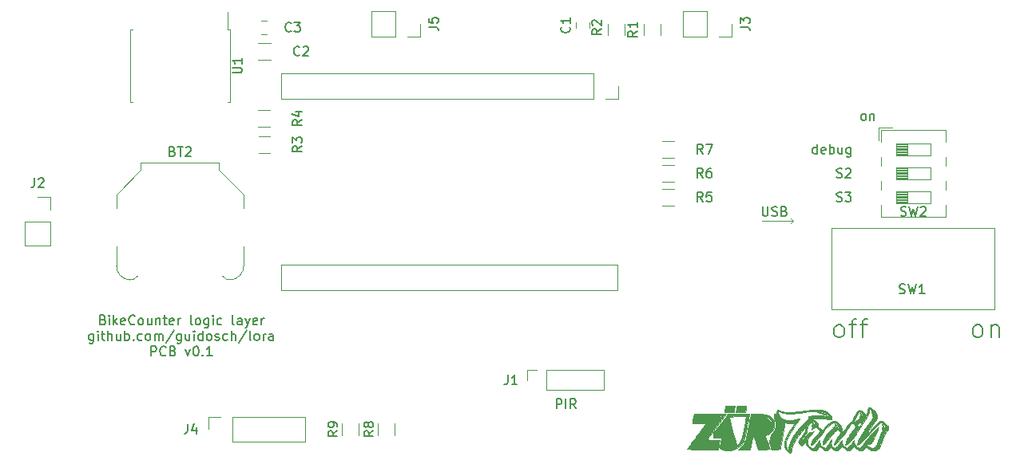
<source format=gto>
G04 #@! TF.GenerationSoftware,KiCad,Pcbnew,(5.1.10)-1*
G04 #@! TF.CreationDate,2021-12-13T23:40:35+01:00*
G04 #@! TF.ProjectId,BikeCounter,42696b65-436f-4756-9e74-65722e6b6963,rev?*
G04 #@! TF.SameCoordinates,Original*
G04 #@! TF.FileFunction,Legend,Top*
G04 #@! TF.FilePolarity,Positive*
%FSLAX46Y46*%
G04 Gerber Fmt 4.6, Leading zero omitted, Abs format (unit mm)*
G04 Created by KiCad (PCBNEW (5.1.10)-1) date 2021-12-13 23:40:35*
%MOMM*%
%LPD*%
G01*
G04 APERTURE LIST*
%ADD10C,0.150000*%
%ADD11C,0.120000*%
%ADD12C,0.010000*%
%ADD13C,7.000000*%
%ADD14R,3.500000X3.300000*%
%ADD15C,10.200000*%
%ADD16O,1.700000X1.700000*%
%ADD17R,1.700000X1.700000*%
%ADD18R,1.350000X1.350000*%
%ADD19O,1.350000X1.350000*%
%ADD20C,1.400000*%
%ADD21C,1.800000*%
%ADD22R,2.440000X1.120000*%
G04 APERTURE END LIST*
D10*
X181086285Y-101615761D02*
X180895809Y-101520523D01*
X180800571Y-101425285D01*
X180705333Y-101234809D01*
X180705333Y-100663380D01*
X180800571Y-100472904D01*
X180895809Y-100377666D01*
X181086285Y-100282428D01*
X181372000Y-100282428D01*
X181562476Y-100377666D01*
X181657714Y-100472904D01*
X181752952Y-100663380D01*
X181752952Y-101234809D01*
X181657714Y-101425285D01*
X181562476Y-101520523D01*
X181372000Y-101615761D01*
X181086285Y-101615761D01*
X182324380Y-100282428D02*
X183086285Y-100282428D01*
X182610095Y-101615761D02*
X182610095Y-99901476D01*
X182705333Y-99711000D01*
X182895809Y-99615761D01*
X183086285Y-99615761D01*
X183467238Y-100282428D02*
X184229142Y-100282428D01*
X183752952Y-101615761D02*
X183752952Y-99901476D01*
X183848190Y-99711000D01*
X184038666Y-99615761D01*
X184229142Y-99615761D01*
X195802380Y-101615761D02*
X195611904Y-101520523D01*
X195516666Y-101425285D01*
X195421428Y-101234809D01*
X195421428Y-100663380D01*
X195516666Y-100472904D01*
X195611904Y-100377666D01*
X195802380Y-100282428D01*
X196088095Y-100282428D01*
X196278571Y-100377666D01*
X196373809Y-100472904D01*
X196469047Y-100663380D01*
X196469047Y-101234809D01*
X196373809Y-101425285D01*
X196278571Y-101520523D01*
X196088095Y-101615761D01*
X195802380Y-101615761D01*
X197326190Y-100282428D02*
X197326190Y-101615761D01*
X197326190Y-100472904D02*
X197421428Y-100377666D01*
X197611904Y-100282428D01*
X197897619Y-100282428D01*
X198088095Y-100377666D01*
X198183333Y-100568142D01*
X198183333Y-101615761D01*
D11*
X176403000Y-89281000D02*
X176149000Y-89535000D01*
X176403000Y-89281000D02*
X176149000Y-89027000D01*
X173101000Y-89281000D02*
X176403000Y-89281000D01*
D10*
X183753190Y-78557380D02*
X183657952Y-78509761D01*
X183610333Y-78462142D01*
X183562714Y-78366904D01*
X183562714Y-78081190D01*
X183610333Y-77985952D01*
X183657952Y-77938333D01*
X183753190Y-77890714D01*
X183896047Y-77890714D01*
X183991285Y-77938333D01*
X184038904Y-77985952D01*
X184086523Y-78081190D01*
X184086523Y-78366904D01*
X184038904Y-78462142D01*
X183991285Y-78509761D01*
X183896047Y-78557380D01*
X183753190Y-78557380D01*
X184515095Y-77890714D02*
X184515095Y-78557380D01*
X184515095Y-77985952D02*
X184562714Y-77938333D01*
X184657952Y-77890714D01*
X184800809Y-77890714D01*
X184896047Y-77938333D01*
X184943666Y-78033571D01*
X184943666Y-78557380D01*
X180975095Y-87145761D02*
X181117952Y-87193380D01*
X181356047Y-87193380D01*
X181451285Y-87145761D01*
X181498904Y-87098142D01*
X181546523Y-87002904D01*
X181546523Y-86907666D01*
X181498904Y-86812428D01*
X181451285Y-86764809D01*
X181356047Y-86717190D01*
X181165571Y-86669571D01*
X181070333Y-86621952D01*
X181022714Y-86574333D01*
X180975095Y-86479095D01*
X180975095Y-86383857D01*
X181022714Y-86288619D01*
X181070333Y-86241000D01*
X181165571Y-86193380D01*
X181403666Y-86193380D01*
X181546523Y-86241000D01*
X181879857Y-86193380D02*
X182498904Y-86193380D01*
X182165571Y-86574333D01*
X182308428Y-86574333D01*
X182403666Y-86621952D01*
X182451285Y-86669571D01*
X182498904Y-86764809D01*
X182498904Y-87002904D01*
X182451285Y-87098142D01*
X182403666Y-87145761D01*
X182308428Y-87193380D01*
X182022714Y-87193380D01*
X181927476Y-87145761D01*
X181879857Y-87098142D01*
X180975095Y-84605761D02*
X181117952Y-84653380D01*
X181356047Y-84653380D01*
X181451285Y-84605761D01*
X181498904Y-84558142D01*
X181546523Y-84462904D01*
X181546523Y-84367666D01*
X181498904Y-84272428D01*
X181451285Y-84224809D01*
X181356047Y-84177190D01*
X181165571Y-84129571D01*
X181070333Y-84081952D01*
X181022714Y-84034333D01*
X180975095Y-83939095D01*
X180975095Y-83843857D01*
X181022714Y-83748619D01*
X181070333Y-83701000D01*
X181165571Y-83653380D01*
X181403666Y-83653380D01*
X181546523Y-83701000D01*
X181927476Y-83748619D02*
X181975095Y-83701000D01*
X182070333Y-83653380D01*
X182308428Y-83653380D01*
X182403666Y-83701000D01*
X182451285Y-83748619D01*
X182498904Y-83843857D01*
X182498904Y-83939095D01*
X182451285Y-84081952D01*
X181879857Y-84653380D01*
X182498904Y-84653380D01*
X178895571Y-82113380D02*
X178895571Y-81113380D01*
X178895571Y-82065761D02*
X178800333Y-82113380D01*
X178609857Y-82113380D01*
X178514619Y-82065761D01*
X178467000Y-82018142D01*
X178419380Y-81922904D01*
X178419380Y-81637190D01*
X178467000Y-81541952D01*
X178514619Y-81494333D01*
X178609857Y-81446714D01*
X178800333Y-81446714D01*
X178895571Y-81494333D01*
X179752714Y-82065761D02*
X179657476Y-82113380D01*
X179467000Y-82113380D01*
X179371761Y-82065761D01*
X179324142Y-81970523D01*
X179324142Y-81589571D01*
X179371761Y-81494333D01*
X179467000Y-81446714D01*
X179657476Y-81446714D01*
X179752714Y-81494333D01*
X179800333Y-81589571D01*
X179800333Y-81684809D01*
X179324142Y-81780047D01*
X180228904Y-82113380D02*
X180228904Y-81113380D01*
X180228904Y-81494333D02*
X180324142Y-81446714D01*
X180514619Y-81446714D01*
X180609857Y-81494333D01*
X180657476Y-81541952D01*
X180705095Y-81637190D01*
X180705095Y-81922904D01*
X180657476Y-82018142D01*
X180609857Y-82065761D01*
X180514619Y-82113380D01*
X180324142Y-82113380D01*
X180228904Y-82065761D01*
X181562238Y-81446714D02*
X181562238Y-82113380D01*
X181133666Y-81446714D02*
X181133666Y-81970523D01*
X181181285Y-82065761D01*
X181276523Y-82113380D01*
X181419380Y-82113380D01*
X181514619Y-82065761D01*
X181562238Y-82018142D01*
X182467000Y-81446714D02*
X182467000Y-82256238D01*
X182419380Y-82351476D01*
X182371761Y-82399095D01*
X182276523Y-82446714D01*
X182133666Y-82446714D01*
X182038428Y-82399095D01*
X182467000Y-82065761D02*
X182371761Y-82113380D01*
X182181285Y-82113380D01*
X182086047Y-82065761D01*
X182038428Y-82018142D01*
X181990809Y-81922904D01*
X181990809Y-81637190D01*
X182038428Y-81541952D01*
X182086047Y-81494333D01*
X182181285Y-81446714D01*
X182371761Y-81446714D01*
X182467000Y-81494333D01*
X151273000Y-109164380D02*
X151273000Y-108164380D01*
X151653952Y-108164380D01*
X151749190Y-108212000D01*
X151796809Y-108259619D01*
X151844428Y-108354857D01*
X151844428Y-108497714D01*
X151796809Y-108592952D01*
X151749190Y-108640571D01*
X151653952Y-108688190D01*
X151273000Y-108688190D01*
X152273000Y-109164380D02*
X152273000Y-108164380D01*
X153320619Y-109164380D02*
X152987285Y-108688190D01*
X152749190Y-109164380D02*
X152749190Y-108164380D01*
X153130142Y-108164380D01*
X153225380Y-108212000D01*
X153273000Y-108259619D01*
X153320619Y-108354857D01*
X153320619Y-108497714D01*
X153273000Y-108592952D01*
X153225380Y-108640571D01*
X153130142Y-108688190D01*
X152749190Y-108688190D01*
X103196476Y-99751571D02*
X103339333Y-99799190D01*
X103386952Y-99846809D01*
X103434571Y-99942047D01*
X103434571Y-100084904D01*
X103386952Y-100180142D01*
X103339333Y-100227761D01*
X103244095Y-100275380D01*
X102863142Y-100275380D01*
X102863142Y-99275380D01*
X103196476Y-99275380D01*
X103291714Y-99323000D01*
X103339333Y-99370619D01*
X103386952Y-99465857D01*
X103386952Y-99561095D01*
X103339333Y-99656333D01*
X103291714Y-99703952D01*
X103196476Y-99751571D01*
X102863142Y-99751571D01*
X103863142Y-100275380D02*
X103863142Y-99608714D01*
X103863142Y-99275380D02*
X103815523Y-99323000D01*
X103863142Y-99370619D01*
X103910761Y-99323000D01*
X103863142Y-99275380D01*
X103863142Y-99370619D01*
X104339333Y-100275380D02*
X104339333Y-99275380D01*
X104434571Y-99894428D02*
X104720285Y-100275380D01*
X104720285Y-99608714D02*
X104339333Y-99989666D01*
X105529809Y-100227761D02*
X105434571Y-100275380D01*
X105244095Y-100275380D01*
X105148857Y-100227761D01*
X105101238Y-100132523D01*
X105101238Y-99751571D01*
X105148857Y-99656333D01*
X105244095Y-99608714D01*
X105434571Y-99608714D01*
X105529809Y-99656333D01*
X105577428Y-99751571D01*
X105577428Y-99846809D01*
X105101238Y-99942047D01*
X106577428Y-100180142D02*
X106529809Y-100227761D01*
X106386952Y-100275380D01*
X106291714Y-100275380D01*
X106148857Y-100227761D01*
X106053619Y-100132523D01*
X106006000Y-100037285D01*
X105958380Y-99846809D01*
X105958380Y-99703952D01*
X106006000Y-99513476D01*
X106053619Y-99418238D01*
X106148857Y-99323000D01*
X106291714Y-99275380D01*
X106386952Y-99275380D01*
X106529809Y-99323000D01*
X106577428Y-99370619D01*
X107148857Y-100275380D02*
X107053619Y-100227761D01*
X107006000Y-100180142D01*
X106958380Y-100084904D01*
X106958380Y-99799190D01*
X107006000Y-99703952D01*
X107053619Y-99656333D01*
X107148857Y-99608714D01*
X107291714Y-99608714D01*
X107386952Y-99656333D01*
X107434571Y-99703952D01*
X107482190Y-99799190D01*
X107482190Y-100084904D01*
X107434571Y-100180142D01*
X107386952Y-100227761D01*
X107291714Y-100275380D01*
X107148857Y-100275380D01*
X108339333Y-99608714D02*
X108339333Y-100275380D01*
X107910761Y-99608714D02*
X107910761Y-100132523D01*
X107958380Y-100227761D01*
X108053619Y-100275380D01*
X108196476Y-100275380D01*
X108291714Y-100227761D01*
X108339333Y-100180142D01*
X108815523Y-99608714D02*
X108815523Y-100275380D01*
X108815523Y-99703952D02*
X108863142Y-99656333D01*
X108958380Y-99608714D01*
X109101238Y-99608714D01*
X109196476Y-99656333D01*
X109244095Y-99751571D01*
X109244095Y-100275380D01*
X109577428Y-99608714D02*
X109958380Y-99608714D01*
X109720285Y-99275380D02*
X109720285Y-100132523D01*
X109767904Y-100227761D01*
X109863142Y-100275380D01*
X109958380Y-100275380D01*
X110672666Y-100227761D02*
X110577428Y-100275380D01*
X110386952Y-100275380D01*
X110291714Y-100227761D01*
X110244095Y-100132523D01*
X110244095Y-99751571D01*
X110291714Y-99656333D01*
X110386952Y-99608714D01*
X110577428Y-99608714D01*
X110672666Y-99656333D01*
X110720285Y-99751571D01*
X110720285Y-99846809D01*
X110244095Y-99942047D01*
X111148857Y-100275380D02*
X111148857Y-99608714D01*
X111148857Y-99799190D02*
X111196476Y-99703952D01*
X111244095Y-99656333D01*
X111339333Y-99608714D01*
X111434571Y-99608714D01*
X112672666Y-100275380D02*
X112577428Y-100227761D01*
X112529809Y-100132523D01*
X112529809Y-99275380D01*
X113196476Y-100275380D02*
X113101238Y-100227761D01*
X113053619Y-100180142D01*
X113006000Y-100084904D01*
X113006000Y-99799190D01*
X113053619Y-99703952D01*
X113101238Y-99656333D01*
X113196476Y-99608714D01*
X113339333Y-99608714D01*
X113434571Y-99656333D01*
X113482190Y-99703952D01*
X113529809Y-99799190D01*
X113529809Y-100084904D01*
X113482190Y-100180142D01*
X113434571Y-100227761D01*
X113339333Y-100275380D01*
X113196476Y-100275380D01*
X114386952Y-99608714D02*
X114386952Y-100418238D01*
X114339333Y-100513476D01*
X114291714Y-100561095D01*
X114196476Y-100608714D01*
X114053619Y-100608714D01*
X113958380Y-100561095D01*
X114386952Y-100227761D02*
X114291714Y-100275380D01*
X114101238Y-100275380D01*
X114006000Y-100227761D01*
X113958380Y-100180142D01*
X113910761Y-100084904D01*
X113910761Y-99799190D01*
X113958380Y-99703952D01*
X114006000Y-99656333D01*
X114101238Y-99608714D01*
X114291714Y-99608714D01*
X114386952Y-99656333D01*
X114863142Y-100275380D02*
X114863142Y-99608714D01*
X114863142Y-99275380D02*
X114815523Y-99323000D01*
X114863142Y-99370619D01*
X114910761Y-99323000D01*
X114863142Y-99275380D01*
X114863142Y-99370619D01*
X115767904Y-100227761D02*
X115672666Y-100275380D01*
X115482190Y-100275380D01*
X115386952Y-100227761D01*
X115339333Y-100180142D01*
X115291714Y-100084904D01*
X115291714Y-99799190D01*
X115339333Y-99703952D01*
X115386952Y-99656333D01*
X115482190Y-99608714D01*
X115672666Y-99608714D01*
X115767904Y-99656333D01*
X117101238Y-100275380D02*
X117005999Y-100227761D01*
X116958380Y-100132523D01*
X116958380Y-99275380D01*
X117910761Y-100275380D02*
X117910761Y-99751571D01*
X117863142Y-99656333D01*
X117767904Y-99608714D01*
X117577428Y-99608714D01*
X117482190Y-99656333D01*
X117910761Y-100227761D02*
X117815523Y-100275380D01*
X117577428Y-100275380D01*
X117482190Y-100227761D01*
X117434571Y-100132523D01*
X117434571Y-100037285D01*
X117482190Y-99942047D01*
X117577428Y-99894428D01*
X117815523Y-99894428D01*
X117910761Y-99846809D01*
X118291714Y-99608714D02*
X118529809Y-100275380D01*
X118767904Y-99608714D02*
X118529809Y-100275380D01*
X118434571Y-100513476D01*
X118386952Y-100561095D01*
X118291714Y-100608714D01*
X119529809Y-100227761D02*
X119434571Y-100275380D01*
X119244095Y-100275380D01*
X119148857Y-100227761D01*
X119101238Y-100132523D01*
X119101238Y-99751571D01*
X119148857Y-99656333D01*
X119244095Y-99608714D01*
X119434571Y-99608714D01*
X119529809Y-99656333D01*
X119577428Y-99751571D01*
X119577428Y-99846809D01*
X119101238Y-99942047D01*
X120006000Y-100275380D02*
X120006000Y-99608714D01*
X120006000Y-99799190D02*
X120053619Y-99703952D01*
X120101238Y-99656333D01*
X120196476Y-99608714D01*
X120291714Y-99608714D01*
X102196476Y-101258714D02*
X102196476Y-102068238D01*
X102148857Y-102163476D01*
X102101238Y-102211095D01*
X102006000Y-102258714D01*
X101863142Y-102258714D01*
X101767904Y-102211095D01*
X102196476Y-101877761D02*
X102101238Y-101925380D01*
X101910761Y-101925380D01*
X101815523Y-101877761D01*
X101767904Y-101830142D01*
X101720285Y-101734904D01*
X101720285Y-101449190D01*
X101767904Y-101353952D01*
X101815523Y-101306333D01*
X101910761Y-101258714D01*
X102101238Y-101258714D01*
X102196476Y-101306333D01*
X102672666Y-101925380D02*
X102672666Y-101258714D01*
X102672666Y-100925380D02*
X102625047Y-100973000D01*
X102672666Y-101020619D01*
X102720285Y-100973000D01*
X102672666Y-100925380D01*
X102672666Y-101020619D01*
X103006000Y-101258714D02*
X103386952Y-101258714D01*
X103148857Y-100925380D02*
X103148857Y-101782523D01*
X103196476Y-101877761D01*
X103291714Y-101925380D01*
X103386952Y-101925380D01*
X103720285Y-101925380D02*
X103720285Y-100925380D01*
X104148857Y-101925380D02*
X104148857Y-101401571D01*
X104101238Y-101306333D01*
X104006000Y-101258714D01*
X103863142Y-101258714D01*
X103767904Y-101306333D01*
X103720285Y-101353952D01*
X105053619Y-101258714D02*
X105053619Y-101925380D01*
X104625047Y-101258714D02*
X104625047Y-101782523D01*
X104672666Y-101877761D01*
X104767904Y-101925380D01*
X104910761Y-101925380D01*
X105006000Y-101877761D01*
X105053619Y-101830142D01*
X105529809Y-101925380D02*
X105529809Y-100925380D01*
X105529809Y-101306333D02*
X105625047Y-101258714D01*
X105815523Y-101258714D01*
X105910761Y-101306333D01*
X105958380Y-101353952D01*
X106006000Y-101449190D01*
X106006000Y-101734904D01*
X105958380Y-101830142D01*
X105910761Y-101877761D01*
X105815523Y-101925380D01*
X105625047Y-101925380D01*
X105529809Y-101877761D01*
X106434571Y-101830142D02*
X106482190Y-101877761D01*
X106434571Y-101925380D01*
X106386952Y-101877761D01*
X106434571Y-101830142D01*
X106434571Y-101925380D01*
X107339333Y-101877761D02*
X107244095Y-101925380D01*
X107053619Y-101925380D01*
X106958380Y-101877761D01*
X106910761Y-101830142D01*
X106863142Y-101734904D01*
X106863142Y-101449190D01*
X106910761Y-101353952D01*
X106958380Y-101306333D01*
X107053619Y-101258714D01*
X107244095Y-101258714D01*
X107339333Y-101306333D01*
X107910761Y-101925380D02*
X107815523Y-101877761D01*
X107767904Y-101830142D01*
X107720285Y-101734904D01*
X107720285Y-101449190D01*
X107767904Y-101353952D01*
X107815523Y-101306333D01*
X107910761Y-101258714D01*
X108053619Y-101258714D01*
X108148857Y-101306333D01*
X108196476Y-101353952D01*
X108244095Y-101449190D01*
X108244095Y-101734904D01*
X108196476Y-101830142D01*
X108148857Y-101877761D01*
X108053619Y-101925380D01*
X107910761Y-101925380D01*
X108672666Y-101925380D02*
X108672666Y-101258714D01*
X108672666Y-101353952D02*
X108720285Y-101306333D01*
X108815523Y-101258714D01*
X108958380Y-101258714D01*
X109053619Y-101306333D01*
X109101238Y-101401571D01*
X109101238Y-101925380D01*
X109101238Y-101401571D02*
X109148857Y-101306333D01*
X109244095Y-101258714D01*
X109386952Y-101258714D01*
X109482190Y-101306333D01*
X109529809Y-101401571D01*
X109529809Y-101925380D01*
X110720285Y-100877761D02*
X109863142Y-102163476D01*
X111482190Y-101258714D02*
X111482190Y-102068238D01*
X111434571Y-102163476D01*
X111386952Y-102211095D01*
X111291714Y-102258714D01*
X111148857Y-102258714D01*
X111053619Y-102211095D01*
X111482190Y-101877761D02*
X111386952Y-101925380D01*
X111196476Y-101925380D01*
X111101238Y-101877761D01*
X111053619Y-101830142D01*
X111006000Y-101734904D01*
X111006000Y-101449190D01*
X111053619Y-101353952D01*
X111101238Y-101306333D01*
X111196476Y-101258714D01*
X111386952Y-101258714D01*
X111482190Y-101306333D01*
X112386952Y-101258714D02*
X112386952Y-101925380D01*
X111958380Y-101258714D02*
X111958380Y-101782523D01*
X112006000Y-101877761D01*
X112101238Y-101925380D01*
X112244095Y-101925380D01*
X112339333Y-101877761D01*
X112386952Y-101830142D01*
X112863142Y-101925380D02*
X112863142Y-101258714D01*
X112863142Y-100925380D02*
X112815523Y-100973000D01*
X112863142Y-101020619D01*
X112910761Y-100973000D01*
X112863142Y-100925380D01*
X112863142Y-101020619D01*
X113767904Y-101925380D02*
X113767904Y-100925380D01*
X113767904Y-101877761D02*
X113672666Y-101925380D01*
X113482190Y-101925380D01*
X113386952Y-101877761D01*
X113339333Y-101830142D01*
X113291714Y-101734904D01*
X113291714Y-101449190D01*
X113339333Y-101353952D01*
X113386952Y-101306333D01*
X113482190Y-101258714D01*
X113672666Y-101258714D01*
X113767904Y-101306333D01*
X114386952Y-101925380D02*
X114291714Y-101877761D01*
X114244095Y-101830142D01*
X114196476Y-101734904D01*
X114196476Y-101449190D01*
X114244095Y-101353952D01*
X114291714Y-101306333D01*
X114386952Y-101258714D01*
X114529809Y-101258714D01*
X114625047Y-101306333D01*
X114672666Y-101353952D01*
X114720285Y-101449190D01*
X114720285Y-101734904D01*
X114672666Y-101830142D01*
X114625047Y-101877761D01*
X114529809Y-101925380D01*
X114386952Y-101925380D01*
X115101238Y-101877761D02*
X115196476Y-101925380D01*
X115386952Y-101925380D01*
X115482190Y-101877761D01*
X115529809Y-101782523D01*
X115529809Y-101734904D01*
X115482190Y-101639666D01*
X115386952Y-101592047D01*
X115244095Y-101592047D01*
X115148857Y-101544428D01*
X115101238Y-101449190D01*
X115101238Y-101401571D01*
X115148857Y-101306333D01*
X115244095Y-101258714D01*
X115386952Y-101258714D01*
X115482190Y-101306333D01*
X116386952Y-101877761D02*
X116291714Y-101925380D01*
X116101238Y-101925380D01*
X116006000Y-101877761D01*
X115958380Y-101830142D01*
X115910761Y-101734904D01*
X115910761Y-101449190D01*
X115958380Y-101353952D01*
X116006000Y-101306333D01*
X116101238Y-101258714D01*
X116291714Y-101258714D01*
X116386952Y-101306333D01*
X116815523Y-101925380D02*
X116815523Y-100925380D01*
X117244095Y-101925380D02*
X117244095Y-101401571D01*
X117196476Y-101306333D01*
X117101238Y-101258714D01*
X116958380Y-101258714D01*
X116863142Y-101306333D01*
X116815523Y-101353952D01*
X118434571Y-100877761D02*
X117577428Y-102163476D01*
X118910761Y-101925380D02*
X118815523Y-101877761D01*
X118767904Y-101782523D01*
X118767904Y-100925380D01*
X119434571Y-101925380D02*
X119339333Y-101877761D01*
X119291714Y-101830142D01*
X119244095Y-101734904D01*
X119244095Y-101449190D01*
X119291714Y-101353952D01*
X119339333Y-101306333D01*
X119434571Y-101258714D01*
X119577428Y-101258714D01*
X119672666Y-101306333D01*
X119720285Y-101353952D01*
X119767904Y-101449190D01*
X119767904Y-101734904D01*
X119720285Y-101830142D01*
X119672666Y-101877761D01*
X119577428Y-101925380D01*
X119434571Y-101925380D01*
X120196476Y-101925380D02*
X120196476Y-101258714D01*
X120196476Y-101449190D02*
X120244095Y-101353952D01*
X120291714Y-101306333D01*
X120386952Y-101258714D01*
X120482190Y-101258714D01*
X121244095Y-101925380D02*
X121244095Y-101401571D01*
X121196476Y-101306333D01*
X121101238Y-101258714D01*
X120910761Y-101258714D01*
X120815523Y-101306333D01*
X121244095Y-101877761D02*
X121148857Y-101925380D01*
X120910761Y-101925380D01*
X120815523Y-101877761D01*
X120767904Y-101782523D01*
X120767904Y-101687285D01*
X120815523Y-101592047D01*
X120910761Y-101544428D01*
X121148857Y-101544428D01*
X121244095Y-101496809D01*
X108291714Y-103575380D02*
X108291714Y-102575380D01*
X108672666Y-102575380D01*
X108767904Y-102623000D01*
X108815523Y-102670619D01*
X108863142Y-102765857D01*
X108863142Y-102908714D01*
X108815523Y-103003952D01*
X108767904Y-103051571D01*
X108672666Y-103099190D01*
X108291714Y-103099190D01*
X109863142Y-103480142D02*
X109815523Y-103527761D01*
X109672666Y-103575380D01*
X109577428Y-103575380D01*
X109434571Y-103527761D01*
X109339333Y-103432523D01*
X109291714Y-103337285D01*
X109244095Y-103146809D01*
X109244095Y-103003952D01*
X109291714Y-102813476D01*
X109339333Y-102718238D01*
X109434571Y-102623000D01*
X109577428Y-102575380D01*
X109672666Y-102575380D01*
X109815523Y-102623000D01*
X109863142Y-102670619D01*
X110625047Y-103051571D02*
X110767904Y-103099190D01*
X110815523Y-103146809D01*
X110863142Y-103242047D01*
X110863142Y-103384904D01*
X110815523Y-103480142D01*
X110767904Y-103527761D01*
X110672666Y-103575380D01*
X110291714Y-103575380D01*
X110291714Y-102575380D01*
X110625047Y-102575380D01*
X110720285Y-102623000D01*
X110767904Y-102670619D01*
X110815523Y-102765857D01*
X110815523Y-102861095D01*
X110767904Y-102956333D01*
X110720285Y-103003952D01*
X110625047Y-103051571D01*
X110291714Y-103051571D01*
X111958380Y-102908714D02*
X112196476Y-103575380D01*
X112434571Y-102908714D01*
X113006000Y-102575380D02*
X113101238Y-102575380D01*
X113196476Y-102623000D01*
X113244095Y-102670619D01*
X113291714Y-102765857D01*
X113339333Y-102956333D01*
X113339333Y-103194428D01*
X113291714Y-103384904D01*
X113244095Y-103480142D01*
X113196476Y-103527761D01*
X113101238Y-103575380D01*
X113006000Y-103575380D01*
X112910761Y-103527761D01*
X112863142Y-103480142D01*
X112815523Y-103384904D01*
X112767904Y-103194428D01*
X112767904Y-102956333D01*
X112815523Y-102765857D01*
X112863142Y-102670619D01*
X112910761Y-102623000D01*
X113006000Y-102575380D01*
X113767904Y-103480142D02*
X113815523Y-103527761D01*
X113767904Y-103575380D01*
X113720285Y-103527761D01*
X113767904Y-103480142D01*
X113767904Y-103575380D01*
X114767904Y-103575380D02*
X114196476Y-103575380D01*
X114482190Y-103575380D02*
X114482190Y-102575380D01*
X114386952Y-102718238D01*
X114291714Y-102813476D01*
X114196476Y-102861095D01*
D12*
G36*
X183476920Y-109643187D02*
G01*
X183515000Y-109669520D01*
X183577059Y-109723836D01*
X183608361Y-109767784D01*
X183609302Y-109773658D01*
X183589013Y-109813787D01*
X183537356Y-109883474D01*
X183480753Y-109950250D01*
X183353151Y-110093125D01*
X183436184Y-109923330D01*
X183481233Y-109826326D01*
X183498864Y-109767263D01*
X183491741Y-109728159D01*
X183469484Y-109698580D01*
X183425112Y-109640290D01*
X183428849Y-109621022D01*
X183476920Y-109643187D01*
G37*
X183476920Y-109643187D02*
X183515000Y-109669520D01*
X183577059Y-109723836D01*
X183608361Y-109767784D01*
X183609302Y-109773658D01*
X183589013Y-109813787D01*
X183537356Y-109883474D01*
X183480753Y-109950250D01*
X183353151Y-110093125D01*
X183436184Y-109923330D01*
X183481233Y-109826326D01*
X183498864Y-109767263D01*
X183491741Y-109728159D01*
X183469484Y-109698580D01*
X183425112Y-109640290D01*
X183428849Y-109621022D01*
X183476920Y-109643187D01*
G36*
X184666604Y-109502798D02*
G01*
X184722307Y-109567590D01*
X184745312Y-109600205D01*
X184794360Y-109706948D01*
X184815866Y-109827197D01*
X184806779Y-109934631D01*
X184788941Y-109976709D01*
X184768703Y-109979623D01*
X184751944Y-109919928D01*
X184745874Y-109875046D01*
X184719661Y-109749617D01*
X184675585Y-109623166D01*
X184665274Y-109600945D01*
X184632429Y-109519527D01*
X184634759Y-109486794D01*
X184666604Y-109502798D01*
G37*
X184666604Y-109502798D02*
X184722307Y-109567590D01*
X184745312Y-109600205D01*
X184794360Y-109706948D01*
X184815866Y-109827197D01*
X184806779Y-109934631D01*
X184788941Y-109976709D01*
X184768703Y-109979623D01*
X184751944Y-109919928D01*
X184745874Y-109875046D01*
X184719661Y-109749617D01*
X184675585Y-109623166D01*
X184665274Y-109600945D01*
X184632429Y-109519527D01*
X184634759Y-109486794D01*
X184666604Y-109502798D01*
G36*
X178459579Y-110622531D02*
G01*
X178460399Y-110623349D01*
X178493130Y-110682840D01*
X178488784Y-110766542D01*
X178445975Y-110884725D01*
X178416867Y-110945764D01*
X178356120Y-111062250D01*
X178319278Y-111121120D01*
X178306709Y-111122211D01*
X178318784Y-111065360D01*
X178346882Y-110976723D01*
X178382471Y-110841876D01*
X178394984Y-110725903D01*
X178392300Y-110688826D01*
X178387872Y-110609609D01*
X178410088Y-110587713D01*
X178459579Y-110622531D01*
G37*
X178459579Y-110622531D02*
X178460399Y-110623349D01*
X178493130Y-110682840D01*
X178488784Y-110766542D01*
X178445975Y-110884725D01*
X178416867Y-110945764D01*
X178356120Y-111062250D01*
X178319278Y-111121120D01*
X178306709Y-111122211D01*
X178318784Y-111065360D01*
X178346882Y-110976723D01*
X178382471Y-110841876D01*
X178394984Y-110725903D01*
X178392300Y-110688826D01*
X178387872Y-110609609D01*
X178410088Y-110587713D01*
X178459579Y-110622531D01*
G36*
X180767115Y-110766847D02*
G01*
X180784171Y-110775574D01*
X180844874Y-110828289D01*
X180892482Y-110896672D01*
X180937621Y-110983961D01*
X180710248Y-111104347D01*
X180603326Y-111158510D01*
X180549266Y-111179854D01*
X180548589Y-111168198D01*
X180562250Y-111155244D01*
X180645331Y-111084981D01*
X180734045Y-111013262D01*
X180734440Y-111012953D01*
X180793590Y-110962335D01*
X180808307Y-110924913D01*
X180784997Y-110875841D01*
X180774127Y-110859067D01*
X180730652Y-110785475D01*
X180728130Y-110756270D01*
X180767115Y-110766847D01*
G37*
X180767115Y-110766847D02*
X180784171Y-110775574D01*
X180844874Y-110828289D01*
X180892482Y-110896672D01*
X180937621Y-110983961D01*
X180710248Y-111104347D01*
X180603326Y-111158510D01*
X180549266Y-111179854D01*
X180548589Y-111168198D01*
X180562250Y-111155244D01*
X180645331Y-111084981D01*
X180734045Y-111013262D01*
X180734440Y-111012953D01*
X180793590Y-110962335D01*
X180808307Y-110924913D01*
X180784997Y-110875841D01*
X180774127Y-110859067D01*
X180730652Y-110785475D01*
X180728130Y-110756270D01*
X180767115Y-110766847D01*
G36*
X185816261Y-110875291D02*
G01*
X185864500Y-110918625D01*
X185924536Y-110986285D01*
X185957549Y-111043204D01*
X185959750Y-111054933D01*
X185940757Y-111103795D01*
X185890702Y-111185357D01*
X185819974Y-111284210D01*
X185738957Y-111384948D01*
X185731250Y-111393887D01*
X185728698Y-111383041D01*
X185746924Y-111325725D01*
X185782043Y-111233982D01*
X185786081Y-111224001D01*
X185828395Y-111115136D01*
X185847162Y-111046122D01*
X185844520Y-110998734D01*
X185822608Y-110954750D01*
X185818430Y-110948293D01*
X185776666Y-110875897D01*
X185776363Y-110851293D01*
X185816261Y-110875291D01*
G37*
X185816261Y-110875291D02*
X185864500Y-110918625D01*
X185924536Y-110986285D01*
X185957549Y-111043204D01*
X185959750Y-111054933D01*
X185940757Y-111103795D01*
X185890702Y-111185357D01*
X185819974Y-111284210D01*
X185738957Y-111384948D01*
X185731250Y-111393887D01*
X185728698Y-111383041D01*
X185746924Y-111325725D01*
X185782043Y-111233982D01*
X185786081Y-111224001D01*
X185828395Y-111115136D01*
X185847162Y-111046122D01*
X185844520Y-110998734D01*
X185822608Y-110954750D01*
X185818430Y-110948293D01*
X185776666Y-110875897D01*
X185776363Y-110851293D01*
X185816261Y-110875291D01*
G36*
X179090658Y-109551489D02*
G01*
X179280252Y-109579860D01*
X179470886Y-109630391D01*
X179642954Y-109696437D01*
X179776849Y-109771352D01*
X179805900Y-109793926D01*
X179862528Y-109842956D01*
X179887665Y-109869601D01*
X179875088Y-109873627D01*
X179818571Y-109854804D01*
X179711891Y-109812899D01*
X179650023Y-109788118D01*
X179501590Y-109731923D01*
X179328226Y-109671082D01*
X179166097Y-109618262D01*
X179157898Y-109615742D01*
X178895375Y-109535361D01*
X179090658Y-109551489D01*
G37*
X179090658Y-109551489D02*
X179280252Y-109579860D01*
X179470886Y-109630391D01*
X179642954Y-109696437D01*
X179776849Y-109771352D01*
X179805900Y-109793926D01*
X179862528Y-109842956D01*
X179887665Y-109869601D01*
X179875088Y-109873627D01*
X179818571Y-109854804D01*
X179711891Y-109812899D01*
X179650023Y-109788118D01*
X179501590Y-109731923D01*
X179328226Y-109671082D01*
X179166097Y-109618262D01*
X179157898Y-109615742D01*
X178895375Y-109535361D01*
X179090658Y-109551489D01*
G36*
X171224841Y-108871213D02*
G01*
X171313880Y-108882518D01*
X171363019Y-108910741D01*
X171380071Y-108963033D01*
X171372849Y-109046545D01*
X171349166Y-109168427D01*
X171329407Y-109267625D01*
X171274702Y-109553375D01*
X170774976Y-109562118D01*
X170604963Y-109564217D01*
X170459767Y-109564340D01*
X170350097Y-109562612D01*
X170286664Y-109559158D01*
X170275250Y-109556256D01*
X170281128Y-109520114D01*
X170296574Y-109439016D01*
X170318301Y-109330194D01*
X170319304Y-109325263D01*
X170345471Y-109194280D01*
X170369512Y-109069802D01*
X170374363Y-109043454D01*
X170804087Y-109043454D01*
X170811156Y-109049032D01*
X170830875Y-109051237D01*
X170960272Y-109065402D01*
X171040146Y-109084902D01*
X171084452Y-109116752D01*
X171107144Y-109167962D01*
X171112794Y-109192909D01*
X171130161Y-109261984D01*
X171145138Y-109273200D01*
X171160445Y-109224573D01*
X171173634Y-109148562D01*
X171192007Y-109029500D01*
X170947941Y-109034837D01*
X170851762Y-109038431D01*
X170804087Y-109043454D01*
X170374363Y-109043454D01*
X170384242Y-108989812D01*
X170405127Y-108870750D01*
X170895813Y-108870750D01*
X171088090Y-108869673D01*
X171224841Y-108871213D01*
G37*
X171224841Y-108871213D02*
X171313880Y-108882518D01*
X171363019Y-108910741D01*
X171380071Y-108963033D01*
X171372849Y-109046545D01*
X171349166Y-109168427D01*
X171329407Y-109267625D01*
X171274702Y-109553375D01*
X170774976Y-109562118D01*
X170604963Y-109564217D01*
X170459767Y-109564340D01*
X170350097Y-109562612D01*
X170286664Y-109559158D01*
X170275250Y-109556256D01*
X170281128Y-109520114D01*
X170296574Y-109439016D01*
X170318301Y-109330194D01*
X170319304Y-109325263D01*
X170345471Y-109194280D01*
X170369512Y-109069802D01*
X170374363Y-109043454D01*
X170804087Y-109043454D01*
X170811156Y-109049032D01*
X170830875Y-109051237D01*
X170960272Y-109065402D01*
X171040146Y-109084902D01*
X171084452Y-109116752D01*
X171107144Y-109167962D01*
X171112794Y-109192909D01*
X171130161Y-109261984D01*
X171145138Y-109273200D01*
X171160445Y-109224573D01*
X171173634Y-109148562D01*
X171192007Y-109029500D01*
X170947941Y-109034837D01*
X170851762Y-109038431D01*
X170804087Y-109043454D01*
X170374363Y-109043454D01*
X170384242Y-108989812D01*
X170405127Y-108870750D01*
X170895813Y-108870750D01*
X171088090Y-108869673D01*
X171224841Y-108871213D01*
G36*
X169858274Y-108872482D02*
G01*
X170001605Y-108877263D01*
X170109187Y-108884466D01*
X170170203Y-108893465D01*
X170180000Y-108899103D01*
X170174217Y-108940391D01*
X170158902Y-109027762D01*
X170137104Y-109145062D01*
X170111874Y-109276132D01*
X170086261Y-109404816D01*
X170066986Y-109497812D01*
X170059177Y-109524880D01*
X170042728Y-109544069D01*
X170008029Y-109556734D01*
X169945471Y-109564230D01*
X169845445Y-109567911D01*
X169698341Y-109569133D01*
X169560270Y-109569250D01*
X169391730Y-109567529D01*
X169248102Y-109562780D01*
X169140189Y-109555625D01*
X169078791Y-109546683D01*
X169068750Y-109541007D01*
X169074494Y-109495283D01*
X169089489Y-109405291D01*
X169110376Y-109288999D01*
X169133800Y-109164374D01*
X169156403Y-109049383D01*
X169174827Y-108961996D01*
X169183604Y-108926312D01*
X169195587Y-108905039D01*
X169223242Y-108889957D01*
X169276047Y-108880028D01*
X169363480Y-108874210D01*
X169495018Y-108871464D01*
X169680139Y-108870750D01*
X169690014Y-108870750D01*
X169858274Y-108872482D01*
G37*
X169858274Y-108872482D02*
X170001605Y-108877263D01*
X170109187Y-108884466D01*
X170170203Y-108893465D01*
X170180000Y-108899103D01*
X170174217Y-108940391D01*
X170158902Y-109027762D01*
X170137104Y-109145062D01*
X170111874Y-109276132D01*
X170086261Y-109404816D01*
X170066986Y-109497812D01*
X170059177Y-109524880D01*
X170042728Y-109544069D01*
X170008029Y-109556734D01*
X169945471Y-109564230D01*
X169845445Y-109567911D01*
X169698341Y-109569133D01*
X169560270Y-109569250D01*
X169391730Y-109567529D01*
X169248102Y-109562780D01*
X169140189Y-109555625D01*
X169078791Y-109546683D01*
X169068750Y-109541007D01*
X169074494Y-109495283D01*
X169089489Y-109405291D01*
X169110376Y-109288999D01*
X169133800Y-109164374D01*
X169156403Y-109049383D01*
X169174827Y-108961996D01*
X169183604Y-108926312D01*
X169195587Y-108905039D01*
X169223242Y-108889957D01*
X169276047Y-108880028D01*
X169363480Y-108874210D01*
X169495018Y-108871464D01*
X169680139Y-108870750D01*
X169690014Y-108870750D01*
X169858274Y-108872482D01*
G36*
X173045975Y-109749508D02*
G01*
X173303902Y-109780977D01*
X173525354Y-109830358D01*
X173718848Y-109899089D01*
X173892900Y-109988607D01*
X173893450Y-109988938D01*
X174082791Y-110130602D01*
X174219167Y-110298933D01*
X174305815Y-110500080D01*
X174345970Y-110740189D01*
X174349749Y-110855981D01*
X174322448Y-111138941D01*
X174242292Y-111388666D01*
X174111361Y-111602286D01*
X173931736Y-111776929D01*
X173705494Y-111909725D01*
X173542990Y-111969705D01*
X173436235Y-112005720D01*
X173382041Y-112036201D01*
X173370557Y-112067309D01*
X173373188Y-112075864D01*
X173406333Y-112159506D01*
X173453594Y-112282242D01*
X173511213Y-112433964D01*
X173575430Y-112604563D01*
X173642487Y-112783929D01*
X173708626Y-112961954D01*
X173770087Y-113128529D01*
X173823113Y-113273544D01*
X173863944Y-113386892D01*
X173888821Y-113458464D01*
X173894750Y-113478595D01*
X173864586Y-113487006D01*
X173780438Y-113494387D01*
X173651816Y-113500323D01*
X173488233Y-113504399D01*
X173299201Y-113506199D01*
X173260770Y-113506250D01*
X172626791Y-113506250D01*
X172546979Y-113244312D01*
X172505860Y-113108685D01*
X172453472Y-112934910D01*
X172396649Y-112745700D01*
X172343973Y-112569625D01*
X172293438Y-112403111D01*
X172255368Y-112287984D01*
X172225051Y-112214495D01*
X172197772Y-112172899D01*
X172168819Y-112153449D01*
X172139650Y-112147082D01*
X172111963Y-112143256D01*
X172090295Y-112144395D01*
X172072278Y-112158026D01*
X172055547Y-112191678D01*
X172037735Y-112252878D01*
X172016476Y-112349152D01*
X171989405Y-112488029D01*
X171954153Y-112677035D01*
X171926980Y-112823625D01*
X171896621Y-112985747D01*
X171866578Y-113143839D01*
X171841026Y-113276050D01*
X171828437Y-113339562D01*
X171794747Y-113506250D01*
X170551472Y-113506250D01*
X170675298Y-113416001D01*
X170901454Y-113221483D01*
X171084985Y-112995346D01*
X171233310Y-112727225D01*
X171316100Y-112520593D01*
X171345701Y-112430921D01*
X171375900Y-112326440D01*
X171407868Y-112201580D01*
X171442774Y-112050773D01*
X171481786Y-111868447D01*
X171526076Y-111649033D01*
X171576811Y-111386961D01*
X171635162Y-111076662D01*
X171702299Y-110712565D01*
X171745800Y-110474125D01*
X171837394Y-109970551D01*
X173289757Y-109970551D01*
X173338377Y-110002738D01*
X173385853Y-110030739D01*
X173568212Y-110153828D01*
X173742930Y-110302238D01*
X173890380Y-110458124D01*
X173962055Y-110554622D01*
X174018244Y-110635978D01*
X174060729Y-110687627D01*
X174077935Y-110698398D01*
X174076564Y-110663152D01*
X174058151Y-110587663D01*
X174039440Y-110527215D01*
X173984909Y-110407898D01*
X173909428Y-110293508D01*
X173878770Y-110258211D01*
X173763653Y-110164650D01*
X173612095Y-110074867D01*
X173450322Y-110002902D01*
X173339125Y-109969302D01*
X173291254Y-109961047D01*
X173289757Y-109970551D01*
X171837394Y-109970551D01*
X171878625Y-109743875D01*
X172386625Y-109734556D01*
X172743054Y-109734514D01*
X173045975Y-109749508D01*
G37*
X173045975Y-109749508D02*
X173303902Y-109780977D01*
X173525354Y-109830358D01*
X173718848Y-109899089D01*
X173892900Y-109988607D01*
X173893450Y-109988938D01*
X174082791Y-110130602D01*
X174219167Y-110298933D01*
X174305815Y-110500080D01*
X174345970Y-110740189D01*
X174349749Y-110855981D01*
X174322448Y-111138941D01*
X174242292Y-111388666D01*
X174111361Y-111602286D01*
X173931736Y-111776929D01*
X173705494Y-111909725D01*
X173542990Y-111969705D01*
X173436235Y-112005720D01*
X173382041Y-112036201D01*
X173370557Y-112067309D01*
X173373188Y-112075864D01*
X173406333Y-112159506D01*
X173453594Y-112282242D01*
X173511213Y-112433964D01*
X173575430Y-112604563D01*
X173642487Y-112783929D01*
X173708626Y-112961954D01*
X173770087Y-113128529D01*
X173823113Y-113273544D01*
X173863944Y-113386892D01*
X173888821Y-113458464D01*
X173894750Y-113478595D01*
X173864586Y-113487006D01*
X173780438Y-113494387D01*
X173651816Y-113500323D01*
X173488233Y-113504399D01*
X173299201Y-113506199D01*
X173260770Y-113506250D01*
X172626791Y-113506250D01*
X172546979Y-113244312D01*
X172505860Y-113108685D01*
X172453472Y-112934910D01*
X172396649Y-112745700D01*
X172343973Y-112569625D01*
X172293438Y-112403111D01*
X172255368Y-112287984D01*
X172225051Y-112214495D01*
X172197772Y-112172899D01*
X172168819Y-112153449D01*
X172139650Y-112147082D01*
X172111963Y-112143256D01*
X172090295Y-112144395D01*
X172072278Y-112158026D01*
X172055547Y-112191678D01*
X172037735Y-112252878D01*
X172016476Y-112349152D01*
X171989405Y-112488029D01*
X171954153Y-112677035D01*
X171926980Y-112823625D01*
X171896621Y-112985747D01*
X171866578Y-113143839D01*
X171841026Y-113276050D01*
X171828437Y-113339562D01*
X171794747Y-113506250D01*
X170551472Y-113506250D01*
X170675298Y-113416001D01*
X170901454Y-113221483D01*
X171084985Y-112995346D01*
X171233310Y-112727225D01*
X171316100Y-112520593D01*
X171345701Y-112430921D01*
X171375900Y-112326440D01*
X171407868Y-112201580D01*
X171442774Y-112050773D01*
X171481786Y-111868447D01*
X171526076Y-111649033D01*
X171576811Y-111386961D01*
X171635162Y-111076662D01*
X171702299Y-110712565D01*
X171745800Y-110474125D01*
X171837394Y-109970551D01*
X173289757Y-109970551D01*
X173338377Y-110002738D01*
X173385853Y-110030739D01*
X173568212Y-110153828D01*
X173742930Y-110302238D01*
X173890380Y-110458124D01*
X173962055Y-110554622D01*
X174018244Y-110635978D01*
X174060729Y-110687627D01*
X174077935Y-110698398D01*
X174076564Y-110663152D01*
X174058151Y-110587663D01*
X174039440Y-110527215D01*
X173984909Y-110407898D01*
X173909428Y-110293508D01*
X173878770Y-110258211D01*
X173763653Y-110164650D01*
X173612095Y-110074867D01*
X173450322Y-110002902D01*
X173339125Y-109969302D01*
X173291254Y-109961047D01*
X173289757Y-109970551D01*
X171837394Y-109970551D01*
X171878625Y-109743875D01*
X172386625Y-109734556D01*
X172743054Y-109734514D01*
X173045975Y-109749508D01*
G36*
X167075933Y-109733959D02*
G01*
X167388933Y-109734978D01*
X167540324Y-109735656D01*
X169228671Y-109743875D01*
X168227960Y-111099558D01*
X168037473Y-111357956D01*
X167858858Y-111600910D01*
X167695591Y-111823647D01*
X167551148Y-112021393D01*
X167429005Y-112189374D01*
X167332636Y-112322819D01*
X167265517Y-112416953D01*
X167231124Y-112467004D01*
X167227250Y-112473895D01*
X167257442Y-112479321D01*
X167341801Y-112483823D01*
X167470994Y-112487180D01*
X167635691Y-112489173D01*
X167826561Y-112489585D01*
X167886062Y-112489374D01*
X168113791Y-112489016D01*
X168284882Y-112490704D01*
X168406173Y-112494839D01*
X168484504Y-112501826D01*
X168526716Y-112512068D01*
X168539647Y-112525968D01*
X168539554Y-112527911D01*
X168532188Y-112572565D01*
X168515475Y-112667554D01*
X168491577Y-112800764D01*
X168462660Y-112960082D01*
X168448426Y-113037937D01*
X168362619Y-113506250D01*
X166731309Y-113506250D01*
X166416164Y-113505945D01*
X166121060Y-113505070D01*
X165851927Y-113503684D01*
X165614696Y-113501846D01*
X165415297Y-113499614D01*
X165259659Y-113497046D01*
X165153713Y-113494202D01*
X165103389Y-113491140D01*
X165100000Y-113490097D01*
X165118132Y-113462067D01*
X165170209Y-113387583D01*
X165252748Y-113271489D01*
X165362266Y-113118628D01*
X165495282Y-112933846D01*
X165648311Y-112721986D01*
X165817874Y-112487891D01*
X166000486Y-112236407D01*
X166068581Y-112142781D01*
X166255882Y-111884914D01*
X166431997Y-111641573D01*
X166593346Y-111417768D01*
X166736347Y-111218508D01*
X166857419Y-111048801D01*
X166952982Y-110913656D01*
X167019454Y-110818080D01*
X167053253Y-110767084D01*
X167056654Y-110760823D01*
X167057752Y-110744335D01*
X167041815Y-110731907D01*
X167001511Y-110723036D01*
X166929505Y-110717218D01*
X166818464Y-110713950D01*
X166661054Y-110712729D01*
X166449942Y-110713051D01*
X166365885Y-110713416D01*
X165655625Y-110716804D01*
X165666156Y-110632700D01*
X165678708Y-110548329D01*
X165698998Y-110429068D01*
X165724404Y-110288537D01*
X165752309Y-110140355D01*
X165780093Y-109998140D01*
X165794653Y-109926842D01*
X168227375Y-109926842D01*
X168402000Y-109959141D01*
X168499582Y-109978417D01*
X168567972Y-109994231D01*
X168588319Y-110001061D01*
X168579051Y-110033397D01*
X168538674Y-110117268D01*
X168468724Y-110249741D01*
X168370737Y-110427884D01*
X168282290Y-110585250D01*
X168241450Y-110662519D01*
X168235742Y-110687760D01*
X168264684Y-110661516D01*
X168327793Y-110584331D01*
X168424588Y-110456747D01*
X168554584Y-110279309D01*
X168557207Y-110275687D01*
X168815815Y-109918500D01*
X168227375Y-109926842D01*
X165794653Y-109926842D01*
X165805137Y-109875511D01*
X165824822Y-109786089D01*
X165836528Y-109743491D01*
X165837454Y-109741961D01*
X165871052Y-109739350D01*
X165962252Y-109737191D01*
X166105159Y-109735508D01*
X166293876Y-109734321D01*
X166522508Y-109733653D01*
X166785159Y-109733525D01*
X167075933Y-109733959D01*
G37*
X167075933Y-109733959D02*
X167388933Y-109734978D01*
X167540324Y-109735656D01*
X169228671Y-109743875D01*
X168227960Y-111099558D01*
X168037473Y-111357956D01*
X167858858Y-111600910D01*
X167695591Y-111823647D01*
X167551148Y-112021393D01*
X167429005Y-112189374D01*
X167332636Y-112322819D01*
X167265517Y-112416953D01*
X167231124Y-112467004D01*
X167227250Y-112473895D01*
X167257442Y-112479321D01*
X167341801Y-112483823D01*
X167470994Y-112487180D01*
X167635691Y-112489173D01*
X167826561Y-112489585D01*
X167886062Y-112489374D01*
X168113791Y-112489016D01*
X168284882Y-112490704D01*
X168406173Y-112494839D01*
X168484504Y-112501826D01*
X168526716Y-112512068D01*
X168539647Y-112525968D01*
X168539554Y-112527911D01*
X168532188Y-112572565D01*
X168515475Y-112667554D01*
X168491577Y-112800764D01*
X168462660Y-112960082D01*
X168448426Y-113037937D01*
X168362619Y-113506250D01*
X166731309Y-113506250D01*
X166416164Y-113505945D01*
X166121060Y-113505070D01*
X165851927Y-113503684D01*
X165614696Y-113501846D01*
X165415297Y-113499614D01*
X165259659Y-113497046D01*
X165153713Y-113494202D01*
X165103389Y-113491140D01*
X165100000Y-113490097D01*
X165118132Y-113462067D01*
X165170209Y-113387583D01*
X165252748Y-113271489D01*
X165362266Y-113118628D01*
X165495282Y-112933846D01*
X165648311Y-112721986D01*
X165817874Y-112487891D01*
X166000486Y-112236407D01*
X166068581Y-112142781D01*
X166255882Y-111884914D01*
X166431997Y-111641573D01*
X166593346Y-111417768D01*
X166736347Y-111218508D01*
X166857419Y-111048801D01*
X166952982Y-110913656D01*
X167019454Y-110818080D01*
X167053253Y-110767084D01*
X167056654Y-110760823D01*
X167057752Y-110744335D01*
X167041815Y-110731907D01*
X167001511Y-110723036D01*
X166929505Y-110717218D01*
X166818464Y-110713950D01*
X166661054Y-110712729D01*
X166449942Y-110713051D01*
X166365885Y-110713416D01*
X165655625Y-110716804D01*
X165666156Y-110632700D01*
X165678708Y-110548329D01*
X165698998Y-110429068D01*
X165724404Y-110288537D01*
X165752309Y-110140355D01*
X165780093Y-109998140D01*
X165794653Y-109926842D01*
X168227375Y-109926842D01*
X168402000Y-109959141D01*
X168499582Y-109978417D01*
X168567972Y-109994231D01*
X168588319Y-110001061D01*
X168579051Y-110033397D01*
X168538674Y-110117268D01*
X168468724Y-110249741D01*
X168370737Y-110427884D01*
X168282290Y-110585250D01*
X168241450Y-110662519D01*
X168235742Y-110687760D01*
X168264684Y-110661516D01*
X168327793Y-110584331D01*
X168424588Y-110456747D01*
X168554584Y-110279309D01*
X168557207Y-110275687D01*
X168815815Y-109918500D01*
X168227375Y-109926842D01*
X165794653Y-109926842D01*
X165805137Y-109875511D01*
X165824822Y-109786089D01*
X165836528Y-109743491D01*
X165837454Y-109741961D01*
X165871052Y-109739350D01*
X165962252Y-109737191D01*
X166105159Y-109735508D01*
X166293876Y-109734321D01*
X166522508Y-109733653D01*
X166785159Y-109733525D01*
X167075933Y-109733959D01*
G36*
X170914704Y-109729723D02*
G01*
X171197354Y-109732096D01*
X171417244Y-109736329D01*
X171574732Y-109742432D01*
X171670173Y-109750415D01*
X171703925Y-109760288D01*
X171704000Y-109760824D01*
X171697938Y-109814480D01*
X171680848Y-109921859D01*
X171654371Y-110074465D01*
X171620150Y-110263798D01*
X171579825Y-110481361D01*
X171535039Y-110718654D01*
X171487433Y-110967179D01*
X171438650Y-111218437D01*
X171390330Y-111463930D01*
X171344117Y-111695160D01*
X171301650Y-111903627D01*
X171264573Y-112080834D01*
X171234528Y-112218282D01*
X171213155Y-112307472D01*
X171209392Y-112321119D01*
X171116703Y-112593187D01*
X171007587Y-112816944D01*
X170873691Y-113007066D01*
X170737517Y-113150055D01*
X170513676Y-113330143D01*
X170276464Y-113461072D01*
X170015383Y-113546540D01*
X169719938Y-113590245D01*
X169466891Y-113597816D01*
X169318008Y-113595125D01*
X169187913Y-113590709D01*
X169092677Y-113585234D01*
X169052875Y-113580646D01*
X168903303Y-113543412D01*
X168766665Y-113499595D01*
X168655665Y-113454295D01*
X168583009Y-113412610D01*
X168560875Y-113383206D01*
X168566600Y-113335578D01*
X168582330Y-113237445D01*
X168606036Y-113100648D01*
X168635688Y-112937031D01*
X168656125Y-112827535D01*
X168688173Y-112657010D01*
X168715615Y-112509664D01*
X168736475Y-112396215D01*
X168748777Y-112327379D01*
X168751250Y-112311597D01*
X168721440Y-112307241D01*
X168639773Y-112303606D01*
X168517888Y-112301017D01*
X168367427Y-112299801D01*
X168327916Y-112299750D01*
X168170657Y-112298697D01*
X168037568Y-112295815D01*
X167940839Y-112291517D01*
X167892661Y-112286214D01*
X167889751Y-112284918D01*
X167885451Y-112248427D01*
X167887624Y-112165479D01*
X167895746Y-112052732D01*
X167897726Y-112031318D01*
X167920533Y-111792549D01*
X169214285Y-110029625D01*
X169588567Y-110029625D01*
X169966247Y-111561562D01*
X170040960Y-111862473D01*
X170111833Y-112143808D01*
X170177317Y-112399705D01*
X170235863Y-112624301D01*
X170285922Y-112811734D01*
X170325946Y-112956141D01*
X170354385Y-113051659D01*
X170369692Y-113092427D01*
X170370971Y-113093500D01*
X170405683Y-113072841D01*
X170471066Y-113018599D01*
X170553173Y-112942369D01*
X170555764Y-112939849D01*
X170677391Y-112804172D01*
X170776796Y-112651217D01*
X170860426Y-112467947D01*
X170934728Y-112241326D01*
X170973616Y-112094836D01*
X171003081Y-111968618D01*
X171038257Y-111804882D01*
X171077543Y-111612412D01*
X171119334Y-111399992D01*
X171162030Y-111176405D01*
X171204027Y-110950436D01*
X171243722Y-110730869D01*
X171279514Y-110526488D01*
X171309799Y-110346076D01*
X171332975Y-110198417D01*
X171347440Y-110092295D01*
X171351590Y-110036495D01*
X171350256Y-110030423D01*
X171315092Y-110026085D01*
X171224766Y-110022739D01*
X171087607Y-110020471D01*
X170911946Y-110019369D01*
X170706115Y-110019519D01*
X170478443Y-110021007D01*
X170460564Y-110021176D01*
X169588567Y-110029625D01*
X169214285Y-110029625D01*
X169433875Y-109730403D01*
X170568937Y-109729201D01*
X170914704Y-109729723D01*
G37*
X170914704Y-109729723D02*
X171197354Y-109732096D01*
X171417244Y-109736329D01*
X171574732Y-109742432D01*
X171670173Y-109750415D01*
X171703925Y-109760288D01*
X171704000Y-109760824D01*
X171697938Y-109814480D01*
X171680848Y-109921859D01*
X171654371Y-110074465D01*
X171620150Y-110263798D01*
X171579825Y-110481361D01*
X171535039Y-110718654D01*
X171487433Y-110967179D01*
X171438650Y-111218437D01*
X171390330Y-111463930D01*
X171344117Y-111695160D01*
X171301650Y-111903627D01*
X171264573Y-112080834D01*
X171234528Y-112218282D01*
X171213155Y-112307472D01*
X171209392Y-112321119D01*
X171116703Y-112593187D01*
X171007587Y-112816944D01*
X170873691Y-113007066D01*
X170737517Y-113150055D01*
X170513676Y-113330143D01*
X170276464Y-113461072D01*
X170015383Y-113546540D01*
X169719938Y-113590245D01*
X169466891Y-113597816D01*
X169318008Y-113595125D01*
X169187913Y-113590709D01*
X169092677Y-113585234D01*
X169052875Y-113580646D01*
X168903303Y-113543412D01*
X168766665Y-113499595D01*
X168655665Y-113454295D01*
X168583009Y-113412610D01*
X168560875Y-113383206D01*
X168566600Y-113335578D01*
X168582330Y-113237445D01*
X168606036Y-113100648D01*
X168635688Y-112937031D01*
X168656125Y-112827535D01*
X168688173Y-112657010D01*
X168715615Y-112509664D01*
X168736475Y-112396215D01*
X168748777Y-112327379D01*
X168751250Y-112311597D01*
X168721440Y-112307241D01*
X168639773Y-112303606D01*
X168517888Y-112301017D01*
X168367427Y-112299801D01*
X168327916Y-112299750D01*
X168170657Y-112298697D01*
X168037568Y-112295815D01*
X167940839Y-112291517D01*
X167892661Y-112286214D01*
X167889751Y-112284918D01*
X167885451Y-112248427D01*
X167887624Y-112165479D01*
X167895746Y-112052732D01*
X167897726Y-112031318D01*
X167920533Y-111792549D01*
X169214285Y-110029625D01*
X169588567Y-110029625D01*
X169966247Y-111561562D01*
X170040960Y-111862473D01*
X170111833Y-112143808D01*
X170177317Y-112399705D01*
X170235863Y-112624301D01*
X170285922Y-112811734D01*
X170325946Y-112956141D01*
X170354385Y-113051659D01*
X170369692Y-113092427D01*
X170370971Y-113093500D01*
X170405683Y-113072841D01*
X170471066Y-113018599D01*
X170553173Y-112942369D01*
X170555764Y-112939849D01*
X170677391Y-112804172D01*
X170776796Y-112651217D01*
X170860426Y-112467947D01*
X170934728Y-112241326D01*
X170973616Y-112094836D01*
X171003081Y-111968618D01*
X171038257Y-111804882D01*
X171077543Y-111612412D01*
X171119334Y-111399992D01*
X171162030Y-111176405D01*
X171204027Y-110950436D01*
X171243722Y-110730869D01*
X171279514Y-110526488D01*
X171309799Y-110346076D01*
X171332975Y-110198417D01*
X171347440Y-110092295D01*
X171351590Y-110036495D01*
X171350256Y-110030423D01*
X171315092Y-110026085D01*
X171224766Y-110022739D01*
X171087607Y-110020471D01*
X170911946Y-110019369D01*
X170706115Y-110019519D01*
X170478443Y-110021007D01*
X170460564Y-110021176D01*
X169588567Y-110029625D01*
X169214285Y-110029625D01*
X169433875Y-109730403D01*
X170568937Y-109729201D01*
X170914704Y-109729723D01*
G36*
X184532754Y-109083693D02*
G01*
X184678944Y-109165439D01*
X184859150Y-109300373D01*
X184881519Y-109318835D01*
X185074915Y-109505549D01*
X185205140Y-109691498D01*
X185272505Y-109877353D01*
X185277323Y-110063784D01*
X185262412Y-110136432D01*
X185230601Y-110208624D01*
X185164010Y-110324171D01*
X185066910Y-110476351D01*
X184943570Y-110658445D01*
X184816709Y-110838100D01*
X184644125Y-111079822D01*
X184483201Y-111308012D01*
X184337557Y-111517324D01*
X184210816Y-111702412D01*
X184106600Y-111857930D01*
X184028530Y-111978533D01*
X183980228Y-112058875D01*
X183965316Y-112093609D01*
X183965680Y-112094263D01*
X183989242Y-112074895D01*
X184049994Y-112014563D01*
X184142286Y-111919174D01*
X184260467Y-111794634D01*
X184398886Y-111646851D01*
X184551892Y-111481730D01*
X184557800Y-111475321D01*
X184786383Y-111227992D01*
X184976903Y-111023824D01*
X185133761Y-110858767D01*
X185261362Y-110728770D01*
X185364108Y-110629785D01*
X185446403Y-110557761D01*
X185512648Y-110508649D01*
X185567248Y-110478398D01*
X185614605Y-110462959D01*
X185659122Y-110458281D01*
X185663554Y-110458249D01*
X185721229Y-110462791D01*
X185776876Y-110481213D01*
X185841971Y-110520711D01*
X185927992Y-110588479D01*
X186046415Y-110691714D01*
X186071115Y-110713774D01*
X186188172Y-110819822D01*
X186292104Y-110916327D01*
X186371160Y-110992232D01*
X186412187Y-111034792D01*
X186461682Y-111124026D01*
X186464510Y-111226331D01*
X186419033Y-111349207D01*
X186323613Y-111500159D01*
X186305051Y-111525472D01*
X186145085Y-111766387D01*
X186002412Y-112038658D01*
X185871687Y-112353563D01*
X185766347Y-112661989D01*
X185689612Y-112896206D01*
X185622144Y-113078804D01*
X185558881Y-113220024D01*
X185494762Y-113330110D01*
X185424726Y-113419303D01*
X185360765Y-113482743D01*
X185190421Y-113597788D01*
X185003133Y-113653736D01*
X184803781Y-113651119D01*
X184597244Y-113590473D01*
X184388403Y-113472330D01*
X184249467Y-113361137D01*
X184093705Y-113221094D01*
X183948296Y-113391297D01*
X183803974Y-113536718D01*
X183668152Y-113622927D01*
X183535578Y-113652702D01*
X183465697Y-113646715D01*
X183375743Y-113613186D01*
X183257840Y-113546742D01*
X183129236Y-113459073D01*
X183007179Y-113361871D01*
X182914824Y-113273342D01*
X182838524Y-113190180D01*
X182654042Y-113391509D01*
X182556858Y-113489969D01*
X182462446Y-113572818D01*
X182387632Y-113625616D01*
X182372760Y-113632935D01*
X182249699Y-113655381D01*
X182109978Y-113625580D01*
X181949629Y-113542039D01*
X181765739Y-113404145D01*
X181540541Y-113215061D01*
X181360958Y-113401880D01*
X181209755Y-113542538D01*
X181074665Y-113626337D01*
X180945317Y-113653828D01*
X180811340Y-113625562D01*
X180662364Y-113542090D01*
X180537049Y-113445671D01*
X180352734Y-113292282D01*
X180185391Y-113478641D01*
X180091776Y-113577453D01*
X180022116Y-113634897D01*
X179962589Y-113660649D01*
X179919173Y-113665000D01*
X179774268Y-113636075D01*
X179606481Y-113550151D01*
X179418157Y-113408500D01*
X179371625Y-113367668D01*
X179181125Y-113196269D01*
X179010817Y-113384066D01*
X178861157Y-113532208D01*
X178724222Y-113626489D01*
X178591887Y-113666786D01*
X178456028Y-113652974D01*
X178308519Y-113584927D01*
X178141236Y-113462521D01*
X178034692Y-113369084D01*
X177865899Y-113192123D01*
X177756683Y-113025655D01*
X177708059Y-112871332D01*
X177705447Y-112831562D01*
X177700152Y-112768131D01*
X177689528Y-112744250D01*
X177661847Y-112765428D01*
X177602101Y-112821587D01*
X177521949Y-112901660D01*
X177501286Y-112922883D01*
X177410540Y-113013360D01*
X177347769Y-113064459D01*
X177299019Y-113084487D01*
X177250330Y-113081753D01*
X177238872Y-113079081D01*
X177157104Y-113049917D01*
X177105296Y-113019976D01*
X177045362Y-112953166D01*
X176984028Y-112859448D01*
X176934866Y-112762669D01*
X176915011Y-112698228D01*
X177093625Y-112698228D01*
X177095318Y-112723901D01*
X177130101Y-112707334D01*
X177196242Y-112649649D01*
X177292008Y-112551966D01*
X177415668Y-112415406D01*
X177565489Y-112241092D01*
X177739741Y-112030145D01*
X177849693Y-111893489D01*
X177932727Y-111793260D01*
X177993259Y-111734120D01*
X178045774Y-111705541D01*
X178104757Y-111696997D01*
X178120391Y-111696759D01*
X178221098Y-111686941D01*
X178341988Y-111662482D01*
X178390266Y-111649218D01*
X178480696Y-111622305D01*
X178542067Y-111605017D01*
X178556875Y-111601593D01*
X178541852Y-111622989D01*
X178492609Y-111680612D01*
X178418105Y-111764125D01*
X178374455Y-111812060D01*
X178160458Y-112065964D01*
X178004431Y-112298090D01*
X177905501Y-112510531D01*
X177862798Y-112705379D01*
X177875448Y-112884726D01*
X177897269Y-112956495D01*
X177967499Y-113079946D01*
X178073305Y-113193825D01*
X178197568Y-113284508D01*
X178323170Y-113338374D01*
X178388459Y-113347381D01*
X178454552Y-113335416D01*
X178525599Y-113293193D01*
X178615885Y-113211474D01*
X178646022Y-113180812D01*
X178730363Y-113088554D01*
X178824697Y-112977411D01*
X178920051Y-112859015D01*
X179007449Y-112744996D01*
X179077916Y-112646987D01*
X179122477Y-112576621D01*
X179133500Y-112549015D01*
X179158063Y-112523046D01*
X179167389Y-112522000D01*
X179186849Y-112546696D01*
X179181256Y-112585084D01*
X179171731Y-112684896D01*
X179188226Y-112812852D01*
X179225281Y-112941949D01*
X179273013Y-113038778D01*
X179341356Y-113117447D01*
X179437519Y-113200383D01*
X179543461Y-113274854D01*
X179641143Y-113328125D01*
X179710377Y-113347500D01*
X179762971Y-113331369D01*
X179828394Y-113279832D01*
X179910749Y-113188166D01*
X180014139Y-113051650D01*
X180142665Y-112865564D01*
X180186823Y-112799238D01*
X180271915Y-112672510D01*
X180344062Y-112568712D01*
X180396448Y-112497381D01*
X180422259Y-112468055D01*
X180423549Y-112467966D01*
X180422738Y-112502243D01*
X180407013Y-112572824D01*
X180402957Y-112587393D01*
X180375314Y-112743731D01*
X180375476Y-112904097D01*
X180402120Y-113044688D01*
X180432097Y-113112701D01*
X180500047Y-113195008D01*
X180590319Y-113271272D01*
X180607585Y-113282584D01*
X180701527Y-113326787D01*
X180790224Y-113334427D01*
X180880831Y-113301514D01*
X180980498Y-113224056D01*
X181096380Y-113098062D01*
X181219513Y-112941118D01*
X181305881Y-112824937D01*
X181382948Y-112719417D01*
X181439038Y-112640627D01*
X181455248Y-112616766D01*
X181506871Y-112537875D01*
X181508841Y-112674305D01*
X181531564Y-112861661D01*
X181598386Y-113013867D01*
X181710527Y-113142115D01*
X181820065Y-113227710D01*
X181936054Y-113297115D01*
X182038689Y-113339516D01*
X182086590Y-113347500D01*
X182138347Y-113323396D01*
X182217313Y-113257955D01*
X182313745Y-113161481D01*
X182417901Y-113044279D01*
X182520038Y-112916654D01*
X182600527Y-112803885D01*
X182768875Y-112551604D01*
X182788402Y-112704717D01*
X182810928Y-112819063D01*
X182844160Y-112923352D01*
X182857130Y-112951852D01*
X182931260Y-113058289D01*
X183035244Y-113163666D01*
X183152807Y-113255381D01*
X183267672Y-113320832D01*
X183363562Y-113347415D01*
X183368112Y-113347500D01*
X183417850Y-113333409D01*
X183481936Y-113288251D01*
X183564375Y-113207699D01*
X183669171Y-113087424D01*
X183800327Y-112923098D01*
X183961849Y-112710393D01*
X183979693Y-112686473D01*
X184176072Y-112432166D01*
X184376486Y-112193086D01*
X184596134Y-111951910D01*
X184850217Y-111691315D01*
X184871807Y-111669786D01*
X185020153Y-111523308D01*
X185153314Y-111394090D01*
X185264856Y-111288191D01*
X185348348Y-111211667D01*
X185397354Y-111170576D01*
X185407496Y-111165413D01*
X185399709Y-111197466D01*
X185369767Y-111278958D01*
X185321145Y-111401228D01*
X185257318Y-111555617D01*
X185181758Y-111733464D01*
X185151792Y-111802859D01*
X185025288Y-112092883D01*
X184919576Y-112329511D01*
X184831032Y-112517964D01*
X184756031Y-112663466D01*
X184690951Y-112771237D01*
X184632166Y-112846501D01*
X184576052Y-112894479D01*
X184518985Y-112920392D01*
X184457342Y-112929464D01*
X184387497Y-112926917D01*
X184372655Y-112925515D01*
X184267305Y-112911319D01*
X184177895Y-112893251D01*
X184157937Y-112887506D01*
X184100899Y-112882952D01*
X184087186Y-112917342D01*
X184115747Y-112984201D01*
X184185529Y-113077054D01*
X184189456Y-113081551D01*
X184331846Y-113206969D01*
X184497603Y-113293945D01*
X184671128Y-113337395D01*
X184836824Y-113332238D01*
X184901995Y-113313730D01*
X185004838Y-113261740D01*
X185095727Y-113184344D01*
X185178952Y-113074435D01*
X185258805Y-112924903D01*
X185339576Y-112728642D01*
X185425559Y-112478543D01*
X185447083Y-112410875D01*
X185572021Y-112050848D01*
X185704201Y-111741378D01*
X185841454Y-111487120D01*
X185950176Y-111330705D01*
X186047478Y-111206992D01*
X186106360Y-111119182D01*
X186126509Y-111052382D01*
X186107609Y-110991699D01*
X186049345Y-110922240D01*
X185951403Y-110829112D01*
X185939336Y-110817850D01*
X185821802Y-110713340D01*
X185736320Y-110651023D01*
X185673679Y-110624822D01*
X185645015Y-110623675D01*
X185623247Y-110630109D01*
X185594026Y-110647031D01*
X185554093Y-110677763D01*
X185500190Y-110725627D01*
X185429057Y-110793947D01*
X185337437Y-110886043D01*
X185222071Y-111005239D01*
X185079699Y-111154856D01*
X184907065Y-111338216D01*
X184700908Y-111558642D01*
X184457970Y-111819457D01*
X184202769Y-112094069D01*
X183985893Y-112324347D01*
X183787419Y-112528628D01*
X183611289Y-112703187D01*
X183461445Y-112844301D01*
X183341830Y-112948245D01*
X183256384Y-113011296D01*
X183212153Y-113030000D01*
X183174663Y-113003776D01*
X183169977Y-112927555D01*
X183196968Y-112805013D01*
X183254505Y-112639825D01*
X183341460Y-112435667D01*
X183456704Y-112196216D01*
X183485745Y-112139159D01*
X183555542Y-112005960D01*
X183624867Y-111880444D01*
X183698866Y-111754691D01*
X183782687Y-111620783D01*
X183881477Y-111470799D01*
X184000383Y-111296820D01*
X184144552Y-111090926D01*
X184319132Y-110845199D01*
X184402823Y-110728125D01*
X184531912Y-110545975D01*
X184650622Y-110375069D01*
X184753171Y-110224001D01*
X184833778Y-110101366D01*
X184886662Y-110015758D01*
X184903658Y-109983510D01*
X184935007Y-109830416D01*
X184904068Y-109668859D01*
X184833286Y-109532805D01*
X184771155Y-109455959D01*
X184686952Y-109372709D01*
X184596727Y-109296602D01*
X184516525Y-109241184D01*
X184462736Y-109219999D01*
X184445556Y-109248104D01*
X184436279Y-109317989D01*
X184435750Y-109342029D01*
X184424974Y-109462958D01*
X184390911Y-109599630D01*
X184330958Y-109757261D01*
X184242509Y-109941064D01*
X184122962Y-110156253D01*
X183969712Y-110408042D01*
X183780156Y-110701646D01*
X183686132Y-110843101D01*
X183542398Y-111060180D01*
X183405862Y-111270854D01*
X183280817Y-111468111D01*
X183171555Y-111644942D01*
X183082370Y-111794336D01*
X183017554Y-111909285D01*
X182981399Y-111982778D01*
X182975250Y-112003971D01*
X182954434Y-112037751D01*
X182897545Y-112107883D01*
X182812916Y-112205331D01*
X182708882Y-112321058D01*
X182593779Y-112446028D01*
X182475941Y-112571205D01*
X182363703Y-112687553D01*
X182265400Y-112786036D01*
X182189367Y-112857616D01*
X182181500Y-112864521D01*
X182053288Y-112969486D01*
X181962526Y-113028564D01*
X181905098Y-113043872D01*
X181878009Y-113020711D01*
X181877662Y-112949284D01*
X181909720Y-112833943D01*
X181969925Y-112682624D01*
X182054019Y-112503260D01*
X182157743Y-112303783D01*
X182276839Y-112092129D01*
X182407048Y-111876229D01*
X182544113Y-111664019D01*
X182683774Y-111463432D01*
X182788658Y-111324119D01*
X182862199Y-111223535D01*
X182916823Y-111136134D01*
X182942656Y-111078043D01*
X182943500Y-111071209D01*
X182921091Y-111018443D01*
X182863886Y-110942376D01*
X182847298Y-110924279D01*
X183146360Y-110924279D01*
X183159841Y-110968512D01*
X183201034Y-111025592D01*
X183253402Y-111087328D01*
X183288526Y-111120627D01*
X183292750Y-111122446D01*
X183314825Y-111097726D01*
X183365196Y-111028947D01*
X183437455Y-110925225D01*
X183525194Y-110795677D01*
X183575114Y-110720674D01*
X183841604Y-110317942D01*
X183527489Y-110584239D01*
X183405445Y-110687868D01*
X183298276Y-110779172D01*
X183216762Y-110848944D01*
X183171682Y-110887982D01*
X183169284Y-110890117D01*
X183146360Y-110924279D01*
X182847298Y-110924279D01*
X182786912Y-110858404D01*
X182705197Y-110781922D01*
X182633770Y-110728325D01*
X182593102Y-110712250D01*
X182551360Y-110738076D01*
X182482730Y-110810030D01*
X182393051Y-110919820D01*
X182288162Y-111059156D01*
X182173903Y-111219748D01*
X182056110Y-111393305D01*
X181940624Y-111571536D01*
X181833284Y-111746152D01*
X181739927Y-111908862D01*
X181706781Y-111970719D01*
X181636911Y-112082574D01*
X181528896Y-112222016D01*
X181379222Y-112393265D01*
X181184375Y-112600543D01*
X181170928Y-112614468D01*
X180992562Y-112796270D01*
X180854039Y-112930637D01*
X180753573Y-113018083D01*
X180689374Y-113059122D01*
X180659655Y-113054267D01*
X180662627Y-113004032D01*
X180696501Y-112908931D01*
X180759490Y-112769476D01*
X180780086Y-112726695D01*
X180846912Y-112599865D01*
X180938130Y-112441292D01*
X181041718Y-112271256D01*
X181145211Y-112110705D01*
X181233588Y-111976102D01*
X181307555Y-111859466D01*
X181360632Y-111771321D01*
X181386339Y-111722192D01*
X181387750Y-111716817D01*
X181364598Y-111676572D01*
X181305247Y-111612261D01*
X181224847Y-111537171D01*
X181138553Y-111464587D01*
X181061516Y-111407794D01*
X181008889Y-111380079D01*
X181002682Y-111379195D01*
X180967965Y-111402984D01*
X180900485Y-111469800D01*
X180806577Y-111572633D01*
X180692576Y-111704475D01*
X180564817Y-111858315D01*
X180522251Y-111910812D01*
X180332404Y-112143035D01*
X180152064Y-112357376D01*
X179985704Y-112548943D01*
X179837797Y-112712846D01*
X179712819Y-112844194D01*
X179615242Y-112938097D01*
X179549540Y-112989663D01*
X179527511Y-112998250D01*
X179493692Y-112970670D01*
X179483712Y-112894914D01*
X179497072Y-112781457D01*
X179533275Y-112640775D01*
X179546397Y-112600945D01*
X179667228Y-112325467D01*
X179836111Y-112048810D01*
X180041978Y-111783714D01*
X180273760Y-111542919D01*
X180520389Y-111339166D01*
X180770796Y-111185194D01*
X180780656Y-111180290D01*
X180983187Y-111080502D01*
X181056945Y-111166251D01*
X181118737Y-111231785D01*
X181151970Y-111246218D01*
X181164360Y-111210568D01*
X181165202Y-111180562D01*
X181144436Y-111094045D01*
X181090648Y-110981930D01*
X181015763Y-110863473D01*
X180931703Y-110757934D01*
X180864301Y-110694547D01*
X180789562Y-110642770D01*
X180735441Y-110627119D01*
X180674828Y-110641836D01*
X180654540Y-110649975D01*
X180406804Y-110780437D01*
X180157172Y-110963636D01*
X179915452Y-111189899D01*
X179691456Y-111449551D01*
X179494991Y-111732917D01*
X179413899Y-111873494D01*
X179319236Y-112022763D01*
X179184706Y-112198692D01*
X179020918Y-112389414D01*
X178838483Y-112583065D01*
X178648011Y-112767778D01*
X178488914Y-112907895D01*
X178361982Y-113005868D01*
X178274432Y-113054367D01*
X178225840Y-113053004D01*
X178215780Y-113001389D01*
X178243827Y-112899132D01*
X178309556Y-112745843D01*
X178310308Y-112744250D01*
X178431823Y-112526640D01*
X178601945Y-112282640D01*
X178815386Y-112019440D01*
X178971222Y-111845378D01*
X179081194Y-111723894D01*
X179150893Y-111636985D01*
X179185276Y-111574660D01*
X179189302Y-111526924D01*
X179167927Y-111483784D01*
X179157312Y-111470255D01*
X179102875Y-111415065D01*
X179022391Y-111344990D01*
X178931431Y-111272165D01*
X178845562Y-111208724D01*
X178780355Y-111166800D01*
X178755057Y-111156750D01*
X178711885Y-111171557D01*
X178629833Y-111210835D01*
X178524755Y-111266862D01*
X178497526Y-111282139D01*
X178395185Y-111338031D01*
X178317934Y-111376219D01*
X178278684Y-111390463D01*
X178276250Y-111389118D01*
X178293391Y-111355632D01*
X178338018Y-111286851D01*
X178391581Y-111210175D01*
X178507026Y-111030440D01*
X178584017Y-110869260D01*
X178621877Y-110732254D01*
X178619925Y-110625043D01*
X178577485Y-110553250D01*
X178493876Y-110522494D01*
X178474698Y-110521749D01*
X178356789Y-110548152D01*
X178226653Y-110629221D01*
X178097007Y-110749390D01*
X177946905Y-110939080D01*
X177856742Y-111136680D01*
X177823020Y-111352939D01*
X177835294Y-111553625D01*
X177819197Y-111603421D01*
X177765219Y-111698841D01*
X177675643Y-111836325D01*
X177552751Y-112012312D01*
X177452384Y-112150712D01*
X177304400Y-112356557D01*
X177196434Y-112515678D01*
X177126753Y-112629194D01*
X177093625Y-112698228D01*
X176915011Y-112698228D01*
X176911452Y-112686680D01*
X176911000Y-112678591D01*
X176929220Y-112633219D01*
X176979993Y-112546232D01*
X177057485Y-112426596D01*
X177155863Y-112283282D01*
X177269293Y-112125256D01*
X177283406Y-112106047D01*
X177655812Y-111600423D01*
X177658131Y-111357750D01*
X177660450Y-111115076D01*
X177537719Y-111254975D01*
X177194558Y-111666647D01*
X176896515Y-112067116D01*
X176645519Y-112452999D01*
X176443502Y-112820913D01*
X176292395Y-113167475D01*
X176194128Y-113489302D01*
X176161770Y-113665810D01*
X176131600Y-113789519D01*
X176076907Y-113860385D01*
X175990585Y-113886629D01*
X175970321Y-113887250D01*
X175921920Y-113865570D01*
X175846696Y-113808472D01*
X175760158Y-113727866D01*
X175752299Y-113719819D01*
X175580050Y-113504180D01*
X175469392Y-113275460D01*
X175419888Y-113031602D01*
X175431100Y-112770551D01*
X175495195Y-112511844D01*
X175602990Y-112237340D01*
X175752217Y-111928773D01*
X175937836Y-111595354D01*
X176154808Y-111246296D01*
X176327178Y-110991082D01*
X176401215Y-110884005D01*
X176459115Y-110798312D01*
X176492874Y-110745954D01*
X176498250Y-110735681D01*
X176468484Y-110731774D01*
X176387123Y-110728498D01*
X176266072Y-110726167D01*
X176117234Y-110725093D01*
X176093437Y-110725059D01*
X175901052Y-110721570D01*
X175744901Y-110711921D01*
X175635452Y-110696939D01*
X175596909Y-110685884D01*
X175531034Y-110661393D01*
X175497377Y-110655481D01*
X175496983Y-110655799D01*
X175489653Y-110687767D01*
X175472338Y-110774567D01*
X175446456Y-110908563D01*
X175413423Y-111082117D01*
X175374654Y-111287593D01*
X175331566Y-111517354D01*
X175285574Y-111763764D01*
X175238095Y-112019186D01*
X175190545Y-112275983D01*
X175144339Y-112526520D01*
X175100895Y-112763159D01*
X175061627Y-112978263D01*
X175027952Y-113164197D01*
X175001287Y-113313323D01*
X174983046Y-113418006D01*
X174974647Y-113470607D01*
X174974250Y-113474833D01*
X174943640Y-113487765D01*
X174856267Y-113497628D01*
X174718813Y-113503947D01*
X174537963Y-113506248D01*
X174532031Y-113506250D01*
X174089812Y-113506250D01*
X174027096Y-113339562D01*
X173980952Y-113216749D01*
X173926361Y-113071217D01*
X173887134Y-112966500D01*
X173809887Y-112760125D01*
X173883432Y-112368671D01*
X173956977Y-111977218D01*
X174115393Y-111834790D01*
X174281629Y-111644466D01*
X174405980Y-111417103D01*
X174486114Y-111165336D01*
X174519699Y-110901803D01*
X174504406Y-110639137D01*
X174437903Y-110389977D01*
X174398381Y-110300787D01*
X174347846Y-110194288D01*
X174323263Y-110117159D01*
X174320287Y-110042963D01*
X174334573Y-109945263D01*
X174337406Y-109929813D01*
X174355457Y-109830583D01*
X174367651Y-109760516D01*
X174371000Y-109738043D01*
X174399182Y-109731720D01*
X174469480Y-109728236D01*
X174496504Y-109728000D01*
X174622008Y-109728000D01*
X174603273Y-109569813D01*
X174602644Y-109540192D01*
X174751872Y-109540192D01*
X174770818Y-109630392D01*
X174819857Y-109755666D01*
X174849079Y-109816881D01*
X174992060Y-110039575D01*
X175172704Y-110211304D01*
X175390500Y-110331845D01*
X175644936Y-110400977D01*
X175935500Y-110418478D01*
X176185216Y-110396386D01*
X176333915Y-110372093D01*
X176509189Y-110339273D01*
X176691266Y-110302052D01*
X176860377Y-110264554D01*
X176996753Y-110230904D01*
X177047773Y-110216418D01*
X177052904Y-110232762D01*
X177021588Y-110293201D01*
X176957146Y-110392321D01*
X176862896Y-110524711D01*
X176837784Y-110558715D01*
X176636238Y-110836955D01*
X176438733Y-111122658D01*
X176252899Y-111404051D01*
X176086365Y-111669360D01*
X175946761Y-111906813D01*
X175861022Y-112065999D01*
X175728113Y-112347722D01*
X175637622Y-112591302D01*
X175588380Y-112804771D01*
X175579216Y-112996165D01*
X175608962Y-113173518D01*
X175675228Y-113342428D01*
X175727378Y-113440023D01*
X175771285Y-113510116D01*
X175797687Y-113537970D01*
X175798137Y-113538000D01*
X175816133Y-113509515D01*
X175834947Y-113436516D01*
X175844812Y-113375978D01*
X175905374Y-113102158D01*
X176016728Y-112799157D01*
X176175921Y-112471617D01*
X176380001Y-112124179D01*
X176626015Y-111761482D01*
X176911012Y-111388169D01*
X177232038Y-111008880D01*
X177586143Y-110628255D01*
X177605088Y-110608838D01*
X177752902Y-110457012D01*
X177861251Y-110343151D01*
X177935485Y-110260235D01*
X177980955Y-110201240D01*
X178003011Y-110159147D01*
X178007003Y-110126933D01*
X177998282Y-110097577D01*
X177996940Y-110094581D01*
X177977777Y-110035378D01*
X177997991Y-110007791D01*
X178015758Y-110001488D01*
X178195001Y-109963025D01*
X178421211Y-109934684D01*
X178678631Y-109916681D01*
X178951506Y-109909235D01*
X179224079Y-109912564D01*
X179480593Y-109926887D01*
X179705293Y-109952422D01*
X179832000Y-109976329D01*
X179954275Y-110003227D01*
X180050775Y-110021436D01*
X180106665Y-110028287D01*
X180114458Y-110027138D01*
X180108788Y-109992859D01*
X180070388Y-109927834D01*
X180010605Y-109847028D01*
X179940790Y-109765401D01*
X179872292Y-109697917D01*
X179852444Y-109681707D01*
X179760464Y-109623804D01*
X179639935Y-109563394D01*
X179557507Y-109529147D01*
X179400474Y-109489414D01*
X179187876Y-109465135D01*
X178925713Y-109456203D01*
X178619983Y-109462508D01*
X178276686Y-109483944D01*
X177901820Y-109520400D01*
X177546000Y-109565462D01*
X177114628Y-109623309D01*
X176738382Y-109667771D01*
X176410273Y-109698656D01*
X176123311Y-109715775D01*
X175870509Y-109718937D01*
X175644879Y-109707952D01*
X175439430Y-109682631D01*
X175247176Y-109642783D01*
X175061126Y-109588217D01*
X174874294Y-109518743D01*
X174807562Y-109490929D01*
X174763845Y-109491545D01*
X174751872Y-109540192D01*
X174602644Y-109540192D01*
X174600471Y-109438037D01*
X174631402Y-109355033D01*
X174699401Y-109319209D01*
X174807801Y-109328974D01*
X174959936Y-109382735D01*
X174978287Y-109390736D01*
X175134544Y-109452337D01*
X175292146Y-109496792D01*
X175465167Y-109526227D01*
X175667685Y-109542767D01*
X175913775Y-109548538D01*
X176022000Y-109548347D01*
X176376805Y-109536814D01*
X176758131Y-109506117D01*
X177149125Y-109459520D01*
X177555657Y-109406019D01*
X177906016Y-109362785D01*
X178206637Y-109329461D01*
X178463951Y-109305690D01*
X178684391Y-109291115D01*
X178874389Y-109285377D01*
X179040379Y-109288121D01*
X179188793Y-109298988D01*
X179326064Y-109317621D01*
X179412651Y-109333788D01*
X179557180Y-109370656D01*
X179701220Y-109419054D01*
X179813682Y-109468531D01*
X179814041Y-109468725D01*
X179971460Y-109567989D01*
X180114240Y-109684448D01*
X180237794Y-109810658D01*
X180337532Y-109939172D01*
X180408865Y-110062544D01*
X180447205Y-110173327D01*
X180447963Y-110264077D01*
X180406549Y-110327346D01*
X180356969Y-110349687D01*
X180285935Y-110352367D01*
X180179242Y-110339770D01*
X180079640Y-110319193D01*
X179643663Y-110241551D01*
X179179715Y-110219407D01*
X178836060Y-110236968D01*
X178679288Y-110251798D01*
X178545675Y-110266136D01*
X178447799Y-110278507D01*
X178398236Y-110287439D01*
X178395312Y-110288629D01*
X178369499Y-110323133D01*
X178397096Y-110351310D01*
X178468127Y-110362999D01*
X178468326Y-110363000D01*
X178601440Y-110387910D01*
X178735232Y-110465776D01*
X178847750Y-110568481D01*
X178908772Y-110637133D01*
X178942116Y-110697455D01*
X178956058Y-110773337D01*
X178958874Y-110888669D01*
X178958875Y-110889258D01*
X178958875Y-111094386D01*
X179197000Y-111284095D01*
X179320928Y-111381103D01*
X179404036Y-111440984D01*
X179453743Y-111467905D01*
X179477469Y-111466033D01*
X179482750Y-111444609D01*
X179505772Y-111398551D01*
X179568701Y-111321055D01*
X179662328Y-111220930D01*
X179777444Y-111106989D01*
X179904843Y-110988042D01*
X180035315Y-110872901D01*
X180159653Y-110770375D01*
X180268649Y-110689276D01*
X180280594Y-110681179D01*
X180456532Y-110569361D01*
X180597077Y-110499092D01*
X180715271Y-110470860D01*
X180824160Y-110485154D01*
X180936788Y-110542463D01*
X181066201Y-110643275D01*
X181145021Y-110713566D01*
X181290754Y-110870111D01*
X181404420Y-111039395D01*
X181479290Y-111208284D01*
X181508637Y-111363643D01*
X181506178Y-111418619D01*
X181500275Y-111509676D01*
X181519080Y-111567444D01*
X181572514Y-111620390D01*
X181578068Y-111624860D01*
X181667179Y-111696095D01*
X181811788Y-111464079D01*
X181922652Y-111292868D01*
X182040919Y-111121644D01*
X182159812Y-110959093D01*
X182272553Y-110813897D01*
X182372368Y-110694739D01*
X182403982Y-110661417D01*
X182754695Y-110661417D01*
X182771681Y-110677769D01*
X182783120Y-110675208D01*
X182818083Y-110651901D01*
X182891178Y-110596190D01*
X182991784Y-110516365D01*
X183109284Y-110420713D01*
X183111865Y-110418587D01*
X183303389Y-110255264D01*
X183466320Y-110105207D01*
X183595518Y-109973793D01*
X183685839Y-109866403D01*
X183732143Y-109788413D01*
X183737250Y-109764397D01*
X183711242Y-109707201D01*
X183645544Y-109638649D01*
X183558640Y-109572835D01*
X183469017Y-109523853D01*
X183398018Y-109505750D01*
X183360522Y-109512825D01*
X183321812Y-109538400D01*
X183277590Y-109588998D01*
X183223556Y-109671143D01*
X183155410Y-109791356D01*
X183068852Y-109956162D01*
X182962009Y-110167241D01*
X182866052Y-110363164D01*
X182800460Y-110508146D01*
X182763815Y-110606220D01*
X182754695Y-110661417D01*
X182403982Y-110661417D01*
X182452478Y-110610303D01*
X182506108Y-110569272D01*
X182511614Y-110567356D01*
X182546413Y-110547105D01*
X182588907Y-110498043D01*
X182643397Y-110413317D01*
X182714183Y-110286076D01*
X182805567Y-110109469D01*
X182832325Y-110056424D01*
X182951236Y-109826107D01*
X183051026Y-109648737D01*
X183136377Y-109518394D01*
X183211975Y-109429156D01*
X183282501Y-109375101D01*
X183352641Y-109350309D01*
X183393470Y-109347000D01*
X183496717Y-109369990D01*
X183624478Y-109431693D01*
X183761637Y-109521204D01*
X183893078Y-109627619D01*
X184003685Y-109740035D01*
X184072735Y-109836984D01*
X184092427Y-109860701D01*
X184113376Y-109850263D01*
X184141389Y-109797450D01*
X184182273Y-109694044D01*
X184191797Y-109668480D01*
X184236698Y-109525743D01*
X184267194Y-109386260D01*
X184277000Y-109288033D01*
X184292705Y-109157307D01*
X184340194Y-109079656D01*
X184420024Y-109055108D01*
X184532754Y-109083693D01*
G37*
X184532754Y-109083693D02*
X184678944Y-109165439D01*
X184859150Y-109300373D01*
X184881519Y-109318835D01*
X185074915Y-109505549D01*
X185205140Y-109691498D01*
X185272505Y-109877353D01*
X185277323Y-110063784D01*
X185262412Y-110136432D01*
X185230601Y-110208624D01*
X185164010Y-110324171D01*
X185066910Y-110476351D01*
X184943570Y-110658445D01*
X184816709Y-110838100D01*
X184644125Y-111079822D01*
X184483201Y-111308012D01*
X184337557Y-111517324D01*
X184210816Y-111702412D01*
X184106600Y-111857930D01*
X184028530Y-111978533D01*
X183980228Y-112058875D01*
X183965316Y-112093609D01*
X183965680Y-112094263D01*
X183989242Y-112074895D01*
X184049994Y-112014563D01*
X184142286Y-111919174D01*
X184260467Y-111794634D01*
X184398886Y-111646851D01*
X184551892Y-111481730D01*
X184557800Y-111475321D01*
X184786383Y-111227992D01*
X184976903Y-111023824D01*
X185133761Y-110858767D01*
X185261362Y-110728770D01*
X185364108Y-110629785D01*
X185446403Y-110557761D01*
X185512648Y-110508649D01*
X185567248Y-110478398D01*
X185614605Y-110462959D01*
X185659122Y-110458281D01*
X185663554Y-110458249D01*
X185721229Y-110462791D01*
X185776876Y-110481213D01*
X185841971Y-110520711D01*
X185927992Y-110588479D01*
X186046415Y-110691714D01*
X186071115Y-110713774D01*
X186188172Y-110819822D01*
X186292104Y-110916327D01*
X186371160Y-110992232D01*
X186412187Y-111034792D01*
X186461682Y-111124026D01*
X186464510Y-111226331D01*
X186419033Y-111349207D01*
X186323613Y-111500159D01*
X186305051Y-111525472D01*
X186145085Y-111766387D01*
X186002412Y-112038658D01*
X185871687Y-112353563D01*
X185766347Y-112661989D01*
X185689612Y-112896206D01*
X185622144Y-113078804D01*
X185558881Y-113220024D01*
X185494762Y-113330110D01*
X185424726Y-113419303D01*
X185360765Y-113482743D01*
X185190421Y-113597788D01*
X185003133Y-113653736D01*
X184803781Y-113651119D01*
X184597244Y-113590473D01*
X184388403Y-113472330D01*
X184249467Y-113361137D01*
X184093705Y-113221094D01*
X183948296Y-113391297D01*
X183803974Y-113536718D01*
X183668152Y-113622927D01*
X183535578Y-113652702D01*
X183465697Y-113646715D01*
X183375743Y-113613186D01*
X183257840Y-113546742D01*
X183129236Y-113459073D01*
X183007179Y-113361871D01*
X182914824Y-113273342D01*
X182838524Y-113190180D01*
X182654042Y-113391509D01*
X182556858Y-113489969D01*
X182462446Y-113572818D01*
X182387632Y-113625616D01*
X182372760Y-113632935D01*
X182249699Y-113655381D01*
X182109978Y-113625580D01*
X181949629Y-113542039D01*
X181765739Y-113404145D01*
X181540541Y-113215061D01*
X181360958Y-113401880D01*
X181209755Y-113542538D01*
X181074665Y-113626337D01*
X180945317Y-113653828D01*
X180811340Y-113625562D01*
X180662364Y-113542090D01*
X180537049Y-113445671D01*
X180352734Y-113292282D01*
X180185391Y-113478641D01*
X180091776Y-113577453D01*
X180022116Y-113634897D01*
X179962589Y-113660649D01*
X179919173Y-113665000D01*
X179774268Y-113636075D01*
X179606481Y-113550151D01*
X179418157Y-113408500D01*
X179371625Y-113367668D01*
X179181125Y-113196269D01*
X179010817Y-113384066D01*
X178861157Y-113532208D01*
X178724222Y-113626489D01*
X178591887Y-113666786D01*
X178456028Y-113652974D01*
X178308519Y-113584927D01*
X178141236Y-113462521D01*
X178034692Y-113369084D01*
X177865899Y-113192123D01*
X177756683Y-113025655D01*
X177708059Y-112871332D01*
X177705447Y-112831562D01*
X177700152Y-112768131D01*
X177689528Y-112744250D01*
X177661847Y-112765428D01*
X177602101Y-112821587D01*
X177521949Y-112901660D01*
X177501286Y-112922883D01*
X177410540Y-113013360D01*
X177347769Y-113064459D01*
X177299019Y-113084487D01*
X177250330Y-113081753D01*
X177238872Y-113079081D01*
X177157104Y-113049917D01*
X177105296Y-113019976D01*
X177045362Y-112953166D01*
X176984028Y-112859448D01*
X176934866Y-112762669D01*
X176915011Y-112698228D01*
X177093625Y-112698228D01*
X177095318Y-112723901D01*
X177130101Y-112707334D01*
X177196242Y-112649649D01*
X177292008Y-112551966D01*
X177415668Y-112415406D01*
X177565489Y-112241092D01*
X177739741Y-112030145D01*
X177849693Y-111893489D01*
X177932727Y-111793260D01*
X177993259Y-111734120D01*
X178045774Y-111705541D01*
X178104757Y-111696997D01*
X178120391Y-111696759D01*
X178221098Y-111686941D01*
X178341988Y-111662482D01*
X178390266Y-111649218D01*
X178480696Y-111622305D01*
X178542067Y-111605017D01*
X178556875Y-111601593D01*
X178541852Y-111622989D01*
X178492609Y-111680612D01*
X178418105Y-111764125D01*
X178374455Y-111812060D01*
X178160458Y-112065964D01*
X178004431Y-112298090D01*
X177905501Y-112510531D01*
X177862798Y-112705379D01*
X177875448Y-112884726D01*
X177897269Y-112956495D01*
X177967499Y-113079946D01*
X178073305Y-113193825D01*
X178197568Y-113284508D01*
X178323170Y-113338374D01*
X178388459Y-113347381D01*
X178454552Y-113335416D01*
X178525599Y-113293193D01*
X178615885Y-113211474D01*
X178646022Y-113180812D01*
X178730363Y-113088554D01*
X178824697Y-112977411D01*
X178920051Y-112859015D01*
X179007449Y-112744996D01*
X179077916Y-112646987D01*
X179122477Y-112576621D01*
X179133500Y-112549015D01*
X179158063Y-112523046D01*
X179167389Y-112522000D01*
X179186849Y-112546696D01*
X179181256Y-112585084D01*
X179171731Y-112684896D01*
X179188226Y-112812852D01*
X179225281Y-112941949D01*
X179273013Y-113038778D01*
X179341356Y-113117447D01*
X179437519Y-113200383D01*
X179543461Y-113274854D01*
X179641143Y-113328125D01*
X179710377Y-113347500D01*
X179762971Y-113331369D01*
X179828394Y-113279832D01*
X179910749Y-113188166D01*
X180014139Y-113051650D01*
X180142665Y-112865564D01*
X180186823Y-112799238D01*
X180271915Y-112672510D01*
X180344062Y-112568712D01*
X180396448Y-112497381D01*
X180422259Y-112468055D01*
X180423549Y-112467966D01*
X180422738Y-112502243D01*
X180407013Y-112572824D01*
X180402957Y-112587393D01*
X180375314Y-112743731D01*
X180375476Y-112904097D01*
X180402120Y-113044688D01*
X180432097Y-113112701D01*
X180500047Y-113195008D01*
X180590319Y-113271272D01*
X180607585Y-113282584D01*
X180701527Y-113326787D01*
X180790224Y-113334427D01*
X180880831Y-113301514D01*
X180980498Y-113224056D01*
X181096380Y-113098062D01*
X181219513Y-112941118D01*
X181305881Y-112824937D01*
X181382948Y-112719417D01*
X181439038Y-112640627D01*
X181455248Y-112616766D01*
X181506871Y-112537875D01*
X181508841Y-112674305D01*
X181531564Y-112861661D01*
X181598386Y-113013867D01*
X181710527Y-113142115D01*
X181820065Y-113227710D01*
X181936054Y-113297115D01*
X182038689Y-113339516D01*
X182086590Y-113347500D01*
X182138347Y-113323396D01*
X182217313Y-113257955D01*
X182313745Y-113161481D01*
X182417901Y-113044279D01*
X182520038Y-112916654D01*
X182600527Y-112803885D01*
X182768875Y-112551604D01*
X182788402Y-112704717D01*
X182810928Y-112819063D01*
X182844160Y-112923352D01*
X182857130Y-112951852D01*
X182931260Y-113058289D01*
X183035244Y-113163666D01*
X183152807Y-113255381D01*
X183267672Y-113320832D01*
X183363562Y-113347415D01*
X183368112Y-113347500D01*
X183417850Y-113333409D01*
X183481936Y-113288251D01*
X183564375Y-113207699D01*
X183669171Y-113087424D01*
X183800327Y-112923098D01*
X183961849Y-112710393D01*
X183979693Y-112686473D01*
X184176072Y-112432166D01*
X184376486Y-112193086D01*
X184596134Y-111951910D01*
X184850217Y-111691315D01*
X184871807Y-111669786D01*
X185020153Y-111523308D01*
X185153314Y-111394090D01*
X185264856Y-111288191D01*
X185348348Y-111211667D01*
X185397354Y-111170576D01*
X185407496Y-111165413D01*
X185399709Y-111197466D01*
X185369767Y-111278958D01*
X185321145Y-111401228D01*
X185257318Y-111555617D01*
X185181758Y-111733464D01*
X185151792Y-111802859D01*
X185025288Y-112092883D01*
X184919576Y-112329511D01*
X184831032Y-112517964D01*
X184756031Y-112663466D01*
X184690951Y-112771237D01*
X184632166Y-112846501D01*
X184576052Y-112894479D01*
X184518985Y-112920392D01*
X184457342Y-112929464D01*
X184387497Y-112926917D01*
X184372655Y-112925515D01*
X184267305Y-112911319D01*
X184177895Y-112893251D01*
X184157937Y-112887506D01*
X184100899Y-112882952D01*
X184087186Y-112917342D01*
X184115747Y-112984201D01*
X184185529Y-113077054D01*
X184189456Y-113081551D01*
X184331846Y-113206969D01*
X184497603Y-113293945D01*
X184671128Y-113337395D01*
X184836824Y-113332238D01*
X184901995Y-113313730D01*
X185004838Y-113261740D01*
X185095727Y-113184344D01*
X185178952Y-113074435D01*
X185258805Y-112924903D01*
X185339576Y-112728642D01*
X185425559Y-112478543D01*
X185447083Y-112410875D01*
X185572021Y-112050848D01*
X185704201Y-111741378D01*
X185841454Y-111487120D01*
X185950176Y-111330705D01*
X186047478Y-111206992D01*
X186106360Y-111119182D01*
X186126509Y-111052382D01*
X186107609Y-110991699D01*
X186049345Y-110922240D01*
X185951403Y-110829112D01*
X185939336Y-110817850D01*
X185821802Y-110713340D01*
X185736320Y-110651023D01*
X185673679Y-110624822D01*
X185645015Y-110623675D01*
X185623247Y-110630109D01*
X185594026Y-110647031D01*
X185554093Y-110677763D01*
X185500190Y-110725627D01*
X185429057Y-110793947D01*
X185337437Y-110886043D01*
X185222071Y-111005239D01*
X185079699Y-111154856D01*
X184907065Y-111338216D01*
X184700908Y-111558642D01*
X184457970Y-111819457D01*
X184202769Y-112094069D01*
X183985893Y-112324347D01*
X183787419Y-112528628D01*
X183611289Y-112703187D01*
X183461445Y-112844301D01*
X183341830Y-112948245D01*
X183256384Y-113011296D01*
X183212153Y-113030000D01*
X183174663Y-113003776D01*
X183169977Y-112927555D01*
X183196968Y-112805013D01*
X183254505Y-112639825D01*
X183341460Y-112435667D01*
X183456704Y-112196216D01*
X183485745Y-112139159D01*
X183555542Y-112005960D01*
X183624867Y-111880444D01*
X183698866Y-111754691D01*
X183782687Y-111620783D01*
X183881477Y-111470799D01*
X184000383Y-111296820D01*
X184144552Y-111090926D01*
X184319132Y-110845199D01*
X184402823Y-110728125D01*
X184531912Y-110545975D01*
X184650622Y-110375069D01*
X184753171Y-110224001D01*
X184833778Y-110101366D01*
X184886662Y-110015758D01*
X184903658Y-109983510D01*
X184935007Y-109830416D01*
X184904068Y-109668859D01*
X184833286Y-109532805D01*
X184771155Y-109455959D01*
X184686952Y-109372709D01*
X184596727Y-109296602D01*
X184516525Y-109241184D01*
X184462736Y-109219999D01*
X184445556Y-109248104D01*
X184436279Y-109317989D01*
X184435750Y-109342029D01*
X184424974Y-109462958D01*
X184390911Y-109599630D01*
X184330958Y-109757261D01*
X184242509Y-109941064D01*
X184122962Y-110156253D01*
X183969712Y-110408042D01*
X183780156Y-110701646D01*
X183686132Y-110843101D01*
X183542398Y-111060180D01*
X183405862Y-111270854D01*
X183280817Y-111468111D01*
X183171555Y-111644942D01*
X183082370Y-111794336D01*
X183017554Y-111909285D01*
X182981399Y-111982778D01*
X182975250Y-112003971D01*
X182954434Y-112037751D01*
X182897545Y-112107883D01*
X182812916Y-112205331D01*
X182708882Y-112321058D01*
X182593779Y-112446028D01*
X182475941Y-112571205D01*
X182363703Y-112687553D01*
X182265400Y-112786036D01*
X182189367Y-112857616D01*
X182181500Y-112864521D01*
X182053288Y-112969486D01*
X181962526Y-113028564D01*
X181905098Y-113043872D01*
X181878009Y-113020711D01*
X181877662Y-112949284D01*
X181909720Y-112833943D01*
X181969925Y-112682624D01*
X182054019Y-112503260D01*
X182157743Y-112303783D01*
X182276839Y-112092129D01*
X182407048Y-111876229D01*
X182544113Y-111664019D01*
X182683774Y-111463432D01*
X182788658Y-111324119D01*
X182862199Y-111223535D01*
X182916823Y-111136134D01*
X182942656Y-111078043D01*
X182943500Y-111071209D01*
X182921091Y-111018443D01*
X182863886Y-110942376D01*
X182847298Y-110924279D01*
X183146360Y-110924279D01*
X183159841Y-110968512D01*
X183201034Y-111025592D01*
X183253402Y-111087328D01*
X183288526Y-111120627D01*
X183292750Y-111122446D01*
X183314825Y-111097726D01*
X183365196Y-111028947D01*
X183437455Y-110925225D01*
X183525194Y-110795677D01*
X183575114Y-110720674D01*
X183841604Y-110317942D01*
X183527489Y-110584239D01*
X183405445Y-110687868D01*
X183298276Y-110779172D01*
X183216762Y-110848944D01*
X183171682Y-110887982D01*
X183169284Y-110890117D01*
X183146360Y-110924279D01*
X182847298Y-110924279D01*
X182786912Y-110858404D01*
X182705197Y-110781922D01*
X182633770Y-110728325D01*
X182593102Y-110712250D01*
X182551360Y-110738076D01*
X182482730Y-110810030D01*
X182393051Y-110919820D01*
X182288162Y-111059156D01*
X182173903Y-111219748D01*
X182056110Y-111393305D01*
X181940624Y-111571536D01*
X181833284Y-111746152D01*
X181739927Y-111908862D01*
X181706781Y-111970719D01*
X181636911Y-112082574D01*
X181528896Y-112222016D01*
X181379222Y-112393265D01*
X181184375Y-112600543D01*
X181170928Y-112614468D01*
X180992562Y-112796270D01*
X180854039Y-112930637D01*
X180753573Y-113018083D01*
X180689374Y-113059122D01*
X180659655Y-113054267D01*
X180662627Y-113004032D01*
X180696501Y-112908931D01*
X180759490Y-112769476D01*
X180780086Y-112726695D01*
X180846912Y-112599865D01*
X180938130Y-112441292D01*
X181041718Y-112271256D01*
X181145211Y-112110705D01*
X181233588Y-111976102D01*
X181307555Y-111859466D01*
X181360632Y-111771321D01*
X181386339Y-111722192D01*
X181387750Y-111716817D01*
X181364598Y-111676572D01*
X181305247Y-111612261D01*
X181224847Y-111537171D01*
X181138553Y-111464587D01*
X181061516Y-111407794D01*
X181008889Y-111380079D01*
X181002682Y-111379195D01*
X180967965Y-111402984D01*
X180900485Y-111469800D01*
X180806577Y-111572633D01*
X180692576Y-111704475D01*
X180564817Y-111858315D01*
X180522251Y-111910812D01*
X180332404Y-112143035D01*
X180152064Y-112357376D01*
X179985704Y-112548943D01*
X179837797Y-112712846D01*
X179712819Y-112844194D01*
X179615242Y-112938097D01*
X179549540Y-112989663D01*
X179527511Y-112998250D01*
X179493692Y-112970670D01*
X179483712Y-112894914D01*
X179497072Y-112781457D01*
X179533275Y-112640775D01*
X179546397Y-112600945D01*
X179667228Y-112325467D01*
X179836111Y-112048810D01*
X180041978Y-111783714D01*
X180273760Y-111542919D01*
X180520389Y-111339166D01*
X180770796Y-111185194D01*
X180780656Y-111180290D01*
X180983187Y-111080502D01*
X181056945Y-111166251D01*
X181118737Y-111231785D01*
X181151970Y-111246218D01*
X181164360Y-111210568D01*
X181165202Y-111180562D01*
X181144436Y-111094045D01*
X181090648Y-110981930D01*
X181015763Y-110863473D01*
X180931703Y-110757934D01*
X180864301Y-110694547D01*
X180789562Y-110642770D01*
X180735441Y-110627119D01*
X180674828Y-110641836D01*
X180654540Y-110649975D01*
X180406804Y-110780437D01*
X180157172Y-110963636D01*
X179915452Y-111189899D01*
X179691456Y-111449551D01*
X179494991Y-111732917D01*
X179413899Y-111873494D01*
X179319236Y-112022763D01*
X179184706Y-112198692D01*
X179020918Y-112389414D01*
X178838483Y-112583065D01*
X178648011Y-112767778D01*
X178488914Y-112907895D01*
X178361982Y-113005868D01*
X178274432Y-113054367D01*
X178225840Y-113053004D01*
X178215780Y-113001389D01*
X178243827Y-112899132D01*
X178309556Y-112745843D01*
X178310308Y-112744250D01*
X178431823Y-112526640D01*
X178601945Y-112282640D01*
X178815386Y-112019440D01*
X178971222Y-111845378D01*
X179081194Y-111723894D01*
X179150893Y-111636985D01*
X179185276Y-111574660D01*
X179189302Y-111526924D01*
X179167927Y-111483784D01*
X179157312Y-111470255D01*
X179102875Y-111415065D01*
X179022391Y-111344990D01*
X178931431Y-111272165D01*
X178845562Y-111208724D01*
X178780355Y-111166800D01*
X178755057Y-111156750D01*
X178711885Y-111171557D01*
X178629833Y-111210835D01*
X178524755Y-111266862D01*
X178497526Y-111282139D01*
X178395185Y-111338031D01*
X178317934Y-111376219D01*
X178278684Y-111390463D01*
X178276250Y-111389118D01*
X178293391Y-111355632D01*
X178338018Y-111286851D01*
X178391581Y-111210175D01*
X178507026Y-111030440D01*
X178584017Y-110869260D01*
X178621877Y-110732254D01*
X178619925Y-110625043D01*
X178577485Y-110553250D01*
X178493876Y-110522494D01*
X178474698Y-110521749D01*
X178356789Y-110548152D01*
X178226653Y-110629221D01*
X178097007Y-110749390D01*
X177946905Y-110939080D01*
X177856742Y-111136680D01*
X177823020Y-111352939D01*
X177835294Y-111553625D01*
X177819197Y-111603421D01*
X177765219Y-111698841D01*
X177675643Y-111836325D01*
X177552751Y-112012312D01*
X177452384Y-112150712D01*
X177304400Y-112356557D01*
X177196434Y-112515678D01*
X177126753Y-112629194D01*
X177093625Y-112698228D01*
X176915011Y-112698228D01*
X176911452Y-112686680D01*
X176911000Y-112678591D01*
X176929220Y-112633219D01*
X176979993Y-112546232D01*
X177057485Y-112426596D01*
X177155863Y-112283282D01*
X177269293Y-112125256D01*
X177283406Y-112106047D01*
X177655812Y-111600423D01*
X177658131Y-111357750D01*
X177660450Y-111115076D01*
X177537719Y-111254975D01*
X177194558Y-111666647D01*
X176896515Y-112067116D01*
X176645519Y-112452999D01*
X176443502Y-112820913D01*
X176292395Y-113167475D01*
X176194128Y-113489302D01*
X176161770Y-113665810D01*
X176131600Y-113789519D01*
X176076907Y-113860385D01*
X175990585Y-113886629D01*
X175970321Y-113887250D01*
X175921920Y-113865570D01*
X175846696Y-113808472D01*
X175760158Y-113727866D01*
X175752299Y-113719819D01*
X175580050Y-113504180D01*
X175469392Y-113275460D01*
X175419888Y-113031602D01*
X175431100Y-112770551D01*
X175495195Y-112511844D01*
X175602990Y-112237340D01*
X175752217Y-111928773D01*
X175937836Y-111595354D01*
X176154808Y-111246296D01*
X176327178Y-110991082D01*
X176401215Y-110884005D01*
X176459115Y-110798312D01*
X176492874Y-110745954D01*
X176498250Y-110735681D01*
X176468484Y-110731774D01*
X176387123Y-110728498D01*
X176266072Y-110726167D01*
X176117234Y-110725093D01*
X176093437Y-110725059D01*
X175901052Y-110721570D01*
X175744901Y-110711921D01*
X175635452Y-110696939D01*
X175596909Y-110685884D01*
X175531034Y-110661393D01*
X175497377Y-110655481D01*
X175496983Y-110655799D01*
X175489653Y-110687767D01*
X175472338Y-110774567D01*
X175446456Y-110908563D01*
X175413423Y-111082117D01*
X175374654Y-111287593D01*
X175331566Y-111517354D01*
X175285574Y-111763764D01*
X175238095Y-112019186D01*
X175190545Y-112275983D01*
X175144339Y-112526520D01*
X175100895Y-112763159D01*
X175061627Y-112978263D01*
X175027952Y-113164197D01*
X175001287Y-113313323D01*
X174983046Y-113418006D01*
X174974647Y-113470607D01*
X174974250Y-113474833D01*
X174943640Y-113487765D01*
X174856267Y-113497628D01*
X174718813Y-113503947D01*
X174537963Y-113506248D01*
X174532031Y-113506250D01*
X174089812Y-113506250D01*
X174027096Y-113339562D01*
X173980952Y-113216749D01*
X173926361Y-113071217D01*
X173887134Y-112966500D01*
X173809887Y-112760125D01*
X173883432Y-112368671D01*
X173956977Y-111977218D01*
X174115393Y-111834790D01*
X174281629Y-111644466D01*
X174405980Y-111417103D01*
X174486114Y-111165336D01*
X174519699Y-110901803D01*
X174504406Y-110639137D01*
X174437903Y-110389977D01*
X174398381Y-110300787D01*
X174347846Y-110194288D01*
X174323263Y-110117159D01*
X174320287Y-110042963D01*
X174334573Y-109945263D01*
X174337406Y-109929813D01*
X174355457Y-109830583D01*
X174367651Y-109760516D01*
X174371000Y-109738043D01*
X174399182Y-109731720D01*
X174469480Y-109728236D01*
X174496504Y-109728000D01*
X174622008Y-109728000D01*
X174603273Y-109569813D01*
X174602644Y-109540192D01*
X174751872Y-109540192D01*
X174770818Y-109630392D01*
X174819857Y-109755666D01*
X174849079Y-109816881D01*
X174992060Y-110039575D01*
X175172704Y-110211304D01*
X175390500Y-110331845D01*
X175644936Y-110400977D01*
X175935500Y-110418478D01*
X176185216Y-110396386D01*
X176333915Y-110372093D01*
X176509189Y-110339273D01*
X176691266Y-110302052D01*
X176860377Y-110264554D01*
X176996753Y-110230904D01*
X177047773Y-110216418D01*
X177052904Y-110232762D01*
X177021588Y-110293201D01*
X176957146Y-110392321D01*
X176862896Y-110524711D01*
X176837784Y-110558715D01*
X176636238Y-110836955D01*
X176438733Y-111122658D01*
X176252899Y-111404051D01*
X176086365Y-111669360D01*
X175946761Y-111906813D01*
X175861022Y-112065999D01*
X175728113Y-112347722D01*
X175637622Y-112591302D01*
X175588380Y-112804771D01*
X175579216Y-112996165D01*
X175608962Y-113173518D01*
X175675228Y-113342428D01*
X175727378Y-113440023D01*
X175771285Y-113510116D01*
X175797687Y-113537970D01*
X175798137Y-113538000D01*
X175816133Y-113509515D01*
X175834947Y-113436516D01*
X175844812Y-113375978D01*
X175905374Y-113102158D01*
X176016728Y-112799157D01*
X176175921Y-112471617D01*
X176380001Y-112124179D01*
X176626015Y-111761482D01*
X176911012Y-111388169D01*
X177232038Y-111008880D01*
X177586143Y-110628255D01*
X177605088Y-110608838D01*
X177752902Y-110457012D01*
X177861251Y-110343151D01*
X177935485Y-110260235D01*
X177980955Y-110201240D01*
X178003011Y-110159147D01*
X178007003Y-110126933D01*
X177998282Y-110097577D01*
X177996940Y-110094581D01*
X177977777Y-110035378D01*
X177997991Y-110007791D01*
X178015758Y-110001488D01*
X178195001Y-109963025D01*
X178421211Y-109934684D01*
X178678631Y-109916681D01*
X178951506Y-109909235D01*
X179224079Y-109912564D01*
X179480593Y-109926887D01*
X179705293Y-109952422D01*
X179832000Y-109976329D01*
X179954275Y-110003227D01*
X180050775Y-110021436D01*
X180106665Y-110028287D01*
X180114458Y-110027138D01*
X180108788Y-109992859D01*
X180070388Y-109927834D01*
X180010605Y-109847028D01*
X179940790Y-109765401D01*
X179872292Y-109697917D01*
X179852444Y-109681707D01*
X179760464Y-109623804D01*
X179639935Y-109563394D01*
X179557507Y-109529147D01*
X179400474Y-109489414D01*
X179187876Y-109465135D01*
X178925713Y-109456203D01*
X178619983Y-109462508D01*
X178276686Y-109483944D01*
X177901820Y-109520400D01*
X177546000Y-109565462D01*
X177114628Y-109623309D01*
X176738382Y-109667771D01*
X176410273Y-109698656D01*
X176123311Y-109715775D01*
X175870509Y-109718937D01*
X175644879Y-109707952D01*
X175439430Y-109682631D01*
X175247176Y-109642783D01*
X175061126Y-109588217D01*
X174874294Y-109518743D01*
X174807562Y-109490929D01*
X174763845Y-109491545D01*
X174751872Y-109540192D01*
X174602644Y-109540192D01*
X174600471Y-109438037D01*
X174631402Y-109355033D01*
X174699401Y-109319209D01*
X174807801Y-109328974D01*
X174959936Y-109382735D01*
X174978287Y-109390736D01*
X175134544Y-109452337D01*
X175292146Y-109496792D01*
X175465167Y-109526227D01*
X175667685Y-109542767D01*
X175913775Y-109548538D01*
X176022000Y-109548347D01*
X176376805Y-109536814D01*
X176758131Y-109506117D01*
X177149125Y-109459520D01*
X177555657Y-109406019D01*
X177906016Y-109362785D01*
X178206637Y-109329461D01*
X178463951Y-109305690D01*
X178684391Y-109291115D01*
X178874389Y-109285377D01*
X179040379Y-109288121D01*
X179188793Y-109298988D01*
X179326064Y-109317621D01*
X179412651Y-109333788D01*
X179557180Y-109370656D01*
X179701220Y-109419054D01*
X179813682Y-109468531D01*
X179814041Y-109468725D01*
X179971460Y-109567989D01*
X180114240Y-109684448D01*
X180237794Y-109810658D01*
X180337532Y-109939172D01*
X180408865Y-110062544D01*
X180447205Y-110173327D01*
X180447963Y-110264077D01*
X180406549Y-110327346D01*
X180356969Y-110349687D01*
X180285935Y-110352367D01*
X180179242Y-110339770D01*
X180079640Y-110319193D01*
X179643663Y-110241551D01*
X179179715Y-110219407D01*
X178836060Y-110236968D01*
X178679288Y-110251798D01*
X178545675Y-110266136D01*
X178447799Y-110278507D01*
X178398236Y-110287439D01*
X178395312Y-110288629D01*
X178369499Y-110323133D01*
X178397096Y-110351310D01*
X178468127Y-110362999D01*
X178468326Y-110363000D01*
X178601440Y-110387910D01*
X178735232Y-110465776D01*
X178847750Y-110568481D01*
X178908772Y-110637133D01*
X178942116Y-110697455D01*
X178956058Y-110773337D01*
X178958874Y-110888669D01*
X178958875Y-110889258D01*
X178958875Y-111094386D01*
X179197000Y-111284095D01*
X179320928Y-111381103D01*
X179404036Y-111440984D01*
X179453743Y-111467905D01*
X179477469Y-111466033D01*
X179482750Y-111444609D01*
X179505772Y-111398551D01*
X179568701Y-111321055D01*
X179662328Y-111220930D01*
X179777444Y-111106989D01*
X179904843Y-110988042D01*
X180035315Y-110872901D01*
X180159653Y-110770375D01*
X180268649Y-110689276D01*
X180280594Y-110681179D01*
X180456532Y-110569361D01*
X180597077Y-110499092D01*
X180715271Y-110470860D01*
X180824160Y-110485154D01*
X180936788Y-110542463D01*
X181066201Y-110643275D01*
X181145021Y-110713566D01*
X181290754Y-110870111D01*
X181404420Y-111039395D01*
X181479290Y-111208284D01*
X181508637Y-111363643D01*
X181506178Y-111418619D01*
X181500275Y-111509676D01*
X181519080Y-111567444D01*
X181572514Y-111620390D01*
X181578068Y-111624860D01*
X181667179Y-111696095D01*
X181811788Y-111464079D01*
X181922652Y-111292868D01*
X182040919Y-111121644D01*
X182159812Y-110959093D01*
X182272553Y-110813897D01*
X182372368Y-110694739D01*
X182403982Y-110661417D01*
X182754695Y-110661417D01*
X182771681Y-110677769D01*
X182783120Y-110675208D01*
X182818083Y-110651901D01*
X182891178Y-110596190D01*
X182991784Y-110516365D01*
X183109284Y-110420713D01*
X183111865Y-110418587D01*
X183303389Y-110255264D01*
X183466320Y-110105207D01*
X183595518Y-109973793D01*
X183685839Y-109866403D01*
X183732143Y-109788413D01*
X183737250Y-109764397D01*
X183711242Y-109707201D01*
X183645544Y-109638649D01*
X183558640Y-109572835D01*
X183469017Y-109523853D01*
X183398018Y-109505750D01*
X183360522Y-109512825D01*
X183321812Y-109538400D01*
X183277590Y-109588998D01*
X183223556Y-109671143D01*
X183155410Y-109791356D01*
X183068852Y-109956162D01*
X182962009Y-110167241D01*
X182866052Y-110363164D01*
X182800460Y-110508146D01*
X182763815Y-110606220D01*
X182754695Y-110661417D01*
X182403982Y-110661417D01*
X182452478Y-110610303D01*
X182506108Y-110569272D01*
X182511614Y-110567356D01*
X182546413Y-110547105D01*
X182588907Y-110498043D01*
X182643397Y-110413317D01*
X182714183Y-110286076D01*
X182805567Y-110109469D01*
X182832325Y-110056424D01*
X182951236Y-109826107D01*
X183051026Y-109648737D01*
X183136377Y-109518394D01*
X183211975Y-109429156D01*
X183282501Y-109375101D01*
X183352641Y-109350309D01*
X183393470Y-109347000D01*
X183496717Y-109369990D01*
X183624478Y-109431693D01*
X183761637Y-109521204D01*
X183893078Y-109627619D01*
X184003685Y-109740035D01*
X184072735Y-109836984D01*
X184092427Y-109860701D01*
X184113376Y-109850263D01*
X184141389Y-109797450D01*
X184182273Y-109694044D01*
X184191797Y-109668480D01*
X184236698Y-109525743D01*
X184267194Y-109386260D01*
X184277000Y-109288033D01*
X184292705Y-109157307D01*
X184340194Y-109079656D01*
X184420024Y-109055108D01*
X184532754Y-109083693D01*
D11*
X163706564Y-85831000D02*
X162502436Y-85831000D01*
X163706564Y-87651000D02*
X162502436Y-87651000D01*
X118129000Y-86466000D02*
X118129000Y-87916000D01*
X115529000Y-83866000D02*
X118129000Y-86466000D01*
X115529000Y-83066000D02*
X115529000Y-83866000D01*
X107229000Y-83066000D02*
X115529000Y-83066000D01*
X107229000Y-83866000D02*
X107229000Y-83066000D01*
X104629000Y-86466000D02*
X107229000Y-83866000D01*
X104629000Y-87916000D02*
X104629000Y-86466000D01*
X104629000Y-91916000D02*
X104629000Y-94016000D01*
X118129000Y-91916000D02*
X118129000Y-94016000D01*
X116793615Y-95500160D02*
G75*
G02*
X115879000Y-95116000I-124615J984160D01*
G01*
X105964385Y-95500160D02*
G75*
G03*
X106879000Y-95116000I124615J984160D01*
G01*
X118129000Y-93966000D02*
G75*
G02*
X116679000Y-95516000I-1500000J-50000D01*
G01*
X104629000Y-93966000D02*
G75*
G03*
X106079000Y-95516000I1500000J-50000D01*
G01*
X157794000Y-74930000D02*
X157794000Y-76260000D01*
X157794000Y-76260000D02*
X156464000Y-76260000D01*
X122114000Y-73600000D02*
X122114000Y-76260000D01*
X155194000Y-73600000D02*
X155194000Y-76260000D01*
X155194000Y-76260000D02*
X122114000Y-76260000D01*
X155194000Y-73600000D02*
X122114000Y-73600000D01*
X122114000Y-93920000D02*
X122114000Y-96580000D01*
X157734000Y-96580000D02*
X122114000Y-96580000D01*
X157734000Y-93920000D02*
X157734000Y-96580000D01*
X157734000Y-93920000D02*
X122114000Y-93920000D01*
X148165000Y-106172000D02*
X148165000Y-105112000D01*
X148165000Y-105112000D02*
X149225000Y-105112000D01*
X150225000Y-105112000D02*
X156285000Y-105112000D01*
X156285000Y-107232000D02*
X156285000Y-105112000D01*
X150225000Y-107232000D02*
X156285000Y-107232000D01*
X150225000Y-107232000D02*
X150225000Y-105112000D01*
X136839000Y-68326000D02*
X136839000Y-69656000D01*
X136839000Y-69656000D02*
X135509000Y-69656000D01*
X134239000Y-69656000D02*
X131639000Y-69656000D01*
X131639000Y-66996000D02*
X131639000Y-69656000D01*
X134239000Y-66996000D02*
X131639000Y-66996000D01*
X134239000Y-66996000D02*
X134239000Y-69656000D01*
X180467000Y-98679000D02*
X180467000Y-90043000D01*
X197739000Y-98679000D02*
X180467000Y-98679000D01*
X197739000Y-90043000D02*
X197739000Y-98679000D01*
X180467000Y-90043000D02*
X197739000Y-90043000D01*
X169859000Y-68326000D02*
X169859000Y-69656000D01*
X169859000Y-69656000D02*
X168529000Y-69656000D01*
X167259000Y-69656000D02*
X164659000Y-69656000D01*
X164659000Y-66996000D02*
X164659000Y-69656000D01*
X167259000Y-66996000D02*
X164659000Y-66996000D01*
X167259000Y-66996000D02*
X167259000Y-69656000D01*
X96264000Y-86696000D02*
X97594000Y-86696000D01*
X97594000Y-86696000D02*
X97594000Y-88026000D01*
X97594000Y-89296000D02*
X97594000Y-91896000D01*
X94934000Y-91896000D02*
X97594000Y-91896000D01*
X94934000Y-89296000D02*
X94934000Y-91896000D01*
X94934000Y-89296000D02*
X97594000Y-89296000D01*
X130323000Y-111981064D02*
X130323000Y-110776936D01*
X128503000Y-111981064D02*
X128503000Y-110776936D01*
X134133000Y-111981064D02*
X134133000Y-110776936D01*
X132313000Y-111981064D02*
X132313000Y-110776936D01*
X114367000Y-111379000D02*
X114367000Y-110049000D01*
X114367000Y-110049000D02*
X115697000Y-110049000D01*
X116967000Y-110049000D02*
X124647000Y-110049000D01*
X124647000Y-112709000D02*
X124647000Y-110049000D01*
X116967000Y-112709000D02*
X124647000Y-112709000D01*
X116967000Y-112709000D02*
X116967000Y-110049000D01*
X158517000Y-68322436D02*
X158517000Y-69526564D01*
X156697000Y-68322436D02*
X156697000Y-69526564D01*
X162327000Y-68322436D02*
X162327000Y-69526564D01*
X160507000Y-68322436D02*
X160507000Y-69526564D01*
X154761000Y-68200748D02*
X154761000Y-68723252D01*
X153341000Y-68200748D02*
X153341000Y-68723252D01*
X116384000Y-68911000D02*
X116384000Y-67096000D01*
X116639000Y-68911000D02*
X116384000Y-68911000D01*
X116639000Y-72771000D02*
X116639000Y-68911000D01*
X116639000Y-76631000D02*
X116384000Y-76631000D01*
X116639000Y-72771000D02*
X116639000Y-76631000D01*
X106119000Y-68911000D02*
X106374000Y-68911000D01*
X106119000Y-72771000D02*
X106119000Y-68911000D01*
X106119000Y-76631000D02*
X106374000Y-76631000D01*
X106119000Y-72771000D02*
X106119000Y-76631000D01*
X188499667Y-86106000D02*
X188499667Y-87376000D01*
X187293000Y-87306000D02*
X188499667Y-87306000D01*
X187293000Y-87186000D02*
X188499667Y-87186000D01*
X187293000Y-87066000D02*
X188499667Y-87066000D01*
X187293000Y-86946000D02*
X188499667Y-86946000D01*
X187293000Y-86826000D02*
X188499667Y-86826000D01*
X187293000Y-86706000D02*
X188499667Y-86706000D01*
X187293000Y-86586000D02*
X188499667Y-86586000D01*
X187293000Y-86466000D02*
X188499667Y-86466000D01*
X187293000Y-86346000D02*
X188499667Y-86346000D01*
X187293000Y-86226000D02*
X188499667Y-86226000D01*
X190913000Y-86106000D02*
X187293000Y-86106000D01*
X190913000Y-87376000D02*
X190913000Y-86106000D01*
X187293000Y-87376000D02*
X190913000Y-87376000D01*
X187293000Y-86106000D02*
X187293000Y-87376000D01*
X188499667Y-83566000D02*
X188499667Y-84836000D01*
X187293000Y-84766000D02*
X188499667Y-84766000D01*
X187293000Y-84646000D02*
X188499667Y-84646000D01*
X187293000Y-84526000D02*
X188499667Y-84526000D01*
X187293000Y-84406000D02*
X188499667Y-84406000D01*
X187293000Y-84286000D02*
X188499667Y-84286000D01*
X187293000Y-84166000D02*
X188499667Y-84166000D01*
X187293000Y-84046000D02*
X188499667Y-84046000D01*
X187293000Y-83926000D02*
X188499667Y-83926000D01*
X187293000Y-83806000D02*
X188499667Y-83806000D01*
X187293000Y-83686000D02*
X188499667Y-83686000D01*
X190913000Y-83566000D02*
X187293000Y-83566000D01*
X190913000Y-84836000D02*
X190913000Y-83566000D01*
X187293000Y-84836000D02*
X190913000Y-84836000D01*
X187293000Y-83566000D02*
X187293000Y-84836000D01*
X188499667Y-81026000D02*
X188499667Y-82296000D01*
X187293000Y-82226000D02*
X188499667Y-82226000D01*
X187293000Y-82106000D02*
X188499667Y-82106000D01*
X187293000Y-81986000D02*
X188499667Y-81986000D01*
X187293000Y-81866000D02*
X188499667Y-81866000D01*
X187293000Y-81746000D02*
X188499667Y-81746000D01*
X187293000Y-81626000D02*
X188499667Y-81626000D01*
X187293000Y-81506000D02*
X188499667Y-81506000D01*
X187293000Y-81386000D02*
X188499667Y-81386000D01*
X187293000Y-81266000D02*
X188499667Y-81266000D01*
X187293000Y-81146000D02*
X188499667Y-81146000D01*
X190913000Y-81026000D02*
X187293000Y-81026000D01*
X190913000Y-82296000D02*
X190913000Y-81026000D01*
X187293000Y-82296000D02*
X190913000Y-82296000D01*
X187293000Y-81026000D02*
X187293000Y-82296000D01*
X185453000Y-79311000D02*
X185453000Y-80694000D01*
X185453000Y-79311000D02*
X186836000Y-79311000D01*
X192513000Y-82461000D02*
X192513000Y-83401000D01*
X192513000Y-79551000D02*
X192513000Y-80861000D01*
X192513000Y-85001000D02*
X192513000Y-85941000D01*
X192513000Y-87541000D02*
X192513000Y-88851000D01*
X185693000Y-87541000D02*
X185693000Y-88851000D01*
X185693000Y-85001000D02*
X185693000Y-85941000D01*
X185693000Y-82461000D02*
X185693000Y-83401000D01*
X185693000Y-79551000D02*
X185693000Y-80861000D01*
X185693000Y-88851000D02*
X192513000Y-88851000D01*
X185693000Y-79551000D02*
X192513000Y-79551000D01*
X163706564Y-80751000D02*
X162502436Y-80751000D01*
X163706564Y-82571000D02*
X162502436Y-82571000D01*
X163706564Y-83291000D02*
X162502436Y-83291000D01*
X163706564Y-85111000D02*
X162502436Y-85111000D01*
X120871064Y-77449000D02*
X119666936Y-77449000D01*
X120871064Y-79269000D02*
X119666936Y-79269000D01*
X120907564Y-80243000D02*
X119703436Y-80243000D01*
X120907564Y-82063000D02*
X119703436Y-82063000D01*
X120016748Y-69417000D02*
X120539252Y-69417000D01*
X120016748Y-67997000D02*
X120539252Y-67997000D01*
X119596248Y-72157000D02*
X121018752Y-72157000D01*
X119596248Y-70337000D02*
X121018752Y-70337000D01*
D10*
X166784333Y-87193380D02*
X166451000Y-86717190D01*
X166212904Y-87193380D02*
X166212904Y-86193380D01*
X166593857Y-86193380D01*
X166689095Y-86241000D01*
X166736714Y-86288619D01*
X166784333Y-86383857D01*
X166784333Y-86526714D01*
X166736714Y-86621952D01*
X166689095Y-86669571D01*
X166593857Y-86717190D01*
X166212904Y-86717190D01*
X167689095Y-86193380D02*
X167212904Y-86193380D01*
X167165285Y-86669571D01*
X167212904Y-86621952D01*
X167308142Y-86574333D01*
X167546238Y-86574333D01*
X167641476Y-86621952D01*
X167689095Y-86669571D01*
X167736714Y-86764809D01*
X167736714Y-87002904D01*
X167689095Y-87098142D01*
X167641476Y-87145761D01*
X167546238Y-87193380D01*
X167308142Y-87193380D01*
X167212904Y-87145761D01*
X167165285Y-87098142D01*
X110593285Y-81844571D02*
X110736142Y-81892190D01*
X110783761Y-81939809D01*
X110831380Y-82035047D01*
X110831380Y-82177904D01*
X110783761Y-82273142D01*
X110736142Y-82320761D01*
X110640904Y-82368380D01*
X110259952Y-82368380D01*
X110259952Y-81368380D01*
X110593285Y-81368380D01*
X110688523Y-81416000D01*
X110736142Y-81463619D01*
X110783761Y-81558857D01*
X110783761Y-81654095D01*
X110736142Y-81749333D01*
X110688523Y-81796952D01*
X110593285Y-81844571D01*
X110259952Y-81844571D01*
X111117095Y-81368380D02*
X111688523Y-81368380D01*
X111402809Y-82368380D02*
X111402809Y-81368380D01*
X111974238Y-81463619D02*
X112021857Y-81416000D01*
X112117095Y-81368380D01*
X112355190Y-81368380D01*
X112450428Y-81416000D01*
X112498047Y-81463619D01*
X112545666Y-81558857D01*
X112545666Y-81654095D01*
X112498047Y-81796952D01*
X111926619Y-82368380D01*
X112545666Y-82368380D01*
X173109095Y-87717380D02*
X173109095Y-88526904D01*
X173156714Y-88622142D01*
X173204333Y-88669761D01*
X173299571Y-88717380D01*
X173490047Y-88717380D01*
X173585285Y-88669761D01*
X173632904Y-88622142D01*
X173680523Y-88526904D01*
X173680523Y-87717380D01*
X174109095Y-88669761D02*
X174251952Y-88717380D01*
X174490047Y-88717380D01*
X174585285Y-88669761D01*
X174632904Y-88622142D01*
X174680523Y-88526904D01*
X174680523Y-88431666D01*
X174632904Y-88336428D01*
X174585285Y-88288809D01*
X174490047Y-88241190D01*
X174299571Y-88193571D01*
X174204333Y-88145952D01*
X174156714Y-88098333D01*
X174109095Y-88003095D01*
X174109095Y-87907857D01*
X174156714Y-87812619D01*
X174204333Y-87765000D01*
X174299571Y-87717380D01*
X174537666Y-87717380D01*
X174680523Y-87765000D01*
X175442428Y-88193571D02*
X175585285Y-88241190D01*
X175632904Y-88288809D01*
X175680523Y-88384047D01*
X175680523Y-88526904D01*
X175632904Y-88622142D01*
X175585285Y-88669761D01*
X175490047Y-88717380D01*
X175109095Y-88717380D01*
X175109095Y-87717380D01*
X175442428Y-87717380D01*
X175537666Y-87765000D01*
X175585285Y-87812619D01*
X175632904Y-87907857D01*
X175632904Y-88003095D01*
X175585285Y-88098333D01*
X175537666Y-88145952D01*
X175442428Y-88193571D01*
X175109095Y-88193571D01*
X146097666Y-105624380D02*
X146097666Y-106338666D01*
X146050047Y-106481523D01*
X145954809Y-106576761D01*
X145811952Y-106624380D01*
X145716714Y-106624380D01*
X147097666Y-106624380D02*
X146526238Y-106624380D01*
X146811952Y-106624380D02*
X146811952Y-105624380D01*
X146716714Y-105767238D01*
X146621476Y-105862476D01*
X146526238Y-105910095D01*
X137731380Y-68659333D02*
X138445666Y-68659333D01*
X138588523Y-68706952D01*
X138683761Y-68802190D01*
X138731380Y-68945047D01*
X138731380Y-69040285D01*
X137731380Y-67706952D02*
X137731380Y-68183142D01*
X138207571Y-68230761D01*
X138159952Y-68183142D01*
X138112333Y-68087904D01*
X138112333Y-67849809D01*
X138159952Y-67754571D01*
X138207571Y-67706952D01*
X138302809Y-67659333D01*
X138540904Y-67659333D01*
X138636142Y-67706952D01*
X138683761Y-67754571D01*
X138731380Y-67849809D01*
X138731380Y-68087904D01*
X138683761Y-68183142D01*
X138636142Y-68230761D01*
X187643666Y-96924761D02*
X187786523Y-96972380D01*
X188024619Y-96972380D01*
X188119857Y-96924761D01*
X188167476Y-96877142D01*
X188215095Y-96781904D01*
X188215095Y-96686666D01*
X188167476Y-96591428D01*
X188119857Y-96543809D01*
X188024619Y-96496190D01*
X187834142Y-96448571D01*
X187738904Y-96400952D01*
X187691285Y-96353333D01*
X187643666Y-96258095D01*
X187643666Y-96162857D01*
X187691285Y-96067619D01*
X187738904Y-96020000D01*
X187834142Y-95972380D01*
X188072238Y-95972380D01*
X188215095Y-96020000D01*
X188548428Y-95972380D02*
X188786523Y-96972380D01*
X188977000Y-96258095D01*
X189167476Y-96972380D01*
X189405571Y-95972380D01*
X190310333Y-96972380D02*
X189738904Y-96972380D01*
X190024619Y-96972380D02*
X190024619Y-95972380D01*
X189929380Y-96115238D01*
X189834142Y-96210476D01*
X189738904Y-96258095D01*
X170751380Y-68659333D02*
X171465666Y-68659333D01*
X171608523Y-68706952D01*
X171703761Y-68802190D01*
X171751380Y-68945047D01*
X171751380Y-69040285D01*
X170751380Y-68278380D02*
X170751380Y-67659333D01*
X171132333Y-67992666D01*
X171132333Y-67849809D01*
X171179952Y-67754571D01*
X171227571Y-67706952D01*
X171322809Y-67659333D01*
X171560904Y-67659333D01*
X171656142Y-67706952D01*
X171703761Y-67754571D01*
X171751380Y-67849809D01*
X171751380Y-68135523D01*
X171703761Y-68230761D01*
X171656142Y-68278380D01*
X95930666Y-84708380D02*
X95930666Y-85422666D01*
X95883047Y-85565523D01*
X95787809Y-85660761D01*
X95644952Y-85708380D01*
X95549714Y-85708380D01*
X96359238Y-84803619D02*
X96406857Y-84756000D01*
X96502095Y-84708380D01*
X96740190Y-84708380D01*
X96835428Y-84756000D01*
X96883047Y-84803619D01*
X96930666Y-84898857D01*
X96930666Y-84994095D01*
X96883047Y-85136952D01*
X96311619Y-85708380D01*
X96930666Y-85708380D01*
X128045380Y-111545666D02*
X127569190Y-111879000D01*
X128045380Y-112117095D02*
X127045380Y-112117095D01*
X127045380Y-111736142D01*
X127093000Y-111640904D01*
X127140619Y-111593285D01*
X127235857Y-111545666D01*
X127378714Y-111545666D01*
X127473952Y-111593285D01*
X127521571Y-111640904D01*
X127569190Y-111736142D01*
X127569190Y-112117095D01*
X128045380Y-111069476D02*
X128045380Y-110879000D01*
X127997761Y-110783761D01*
X127950142Y-110736142D01*
X127807285Y-110640904D01*
X127616809Y-110593285D01*
X127235857Y-110593285D01*
X127140619Y-110640904D01*
X127093000Y-110688523D01*
X127045380Y-110783761D01*
X127045380Y-110974238D01*
X127093000Y-111069476D01*
X127140619Y-111117095D01*
X127235857Y-111164714D01*
X127473952Y-111164714D01*
X127569190Y-111117095D01*
X127616809Y-111069476D01*
X127664428Y-110974238D01*
X127664428Y-110783761D01*
X127616809Y-110688523D01*
X127569190Y-110640904D01*
X127473952Y-110593285D01*
X131855380Y-111545666D02*
X131379190Y-111879000D01*
X131855380Y-112117095D02*
X130855380Y-112117095D01*
X130855380Y-111736142D01*
X130903000Y-111640904D01*
X130950619Y-111593285D01*
X131045857Y-111545666D01*
X131188714Y-111545666D01*
X131283952Y-111593285D01*
X131331571Y-111640904D01*
X131379190Y-111736142D01*
X131379190Y-112117095D01*
X131283952Y-110974238D02*
X131236333Y-111069476D01*
X131188714Y-111117095D01*
X131093476Y-111164714D01*
X131045857Y-111164714D01*
X130950619Y-111117095D01*
X130903000Y-111069476D01*
X130855380Y-110974238D01*
X130855380Y-110783761D01*
X130903000Y-110688523D01*
X130950619Y-110640904D01*
X131045857Y-110593285D01*
X131093476Y-110593285D01*
X131188714Y-110640904D01*
X131236333Y-110688523D01*
X131283952Y-110783761D01*
X131283952Y-110974238D01*
X131331571Y-111069476D01*
X131379190Y-111117095D01*
X131474428Y-111164714D01*
X131664904Y-111164714D01*
X131760142Y-111117095D01*
X131807761Y-111069476D01*
X131855380Y-110974238D01*
X131855380Y-110783761D01*
X131807761Y-110688523D01*
X131760142Y-110640904D01*
X131664904Y-110593285D01*
X131474428Y-110593285D01*
X131379190Y-110640904D01*
X131331571Y-110688523D01*
X131283952Y-110783761D01*
X112188666Y-110831380D02*
X112188666Y-111545666D01*
X112141047Y-111688523D01*
X112045809Y-111783761D01*
X111902952Y-111831380D01*
X111807714Y-111831380D01*
X113093428Y-111164714D02*
X113093428Y-111831380D01*
X112855333Y-110783761D02*
X112617238Y-111498047D01*
X113236285Y-111498047D01*
X156027380Y-68873666D02*
X155551190Y-69207000D01*
X156027380Y-69445095D02*
X155027380Y-69445095D01*
X155027380Y-69064142D01*
X155075000Y-68968904D01*
X155122619Y-68921285D01*
X155217857Y-68873666D01*
X155360714Y-68873666D01*
X155455952Y-68921285D01*
X155503571Y-68968904D01*
X155551190Y-69064142D01*
X155551190Y-69445095D01*
X155122619Y-68492714D02*
X155075000Y-68445095D01*
X155027380Y-68349857D01*
X155027380Y-68111761D01*
X155075000Y-68016523D01*
X155122619Y-67968904D01*
X155217857Y-67921285D01*
X155313095Y-67921285D01*
X155455952Y-67968904D01*
X156027380Y-68540333D01*
X156027380Y-67921285D01*
X159837380Y-69091166D02*
X159361190Y-69424500D01*
X159837380Y-69662595D02*
X158837380Y-69662595D01*
X158837380Y-69281642D01*
X158885000Y-69186404D01*
X158932619Y-69138785D01*
X159027857Y-69091166D01*
X159170714Y-69091166D01*
X159265952Y-69138785D01*
X159313571Y-69186404D01*
X159361190Y-69281642D01*
X159361190Y-69662595D01*
X159837380Y-68138785D02*
X159837380Y-68710214D01*
X159837380Y-68424500D02*
X158837380Y-68424500D01*
X158980238Y-68519738D01*
X159075476Y-68614976D01*
X159123095Y-68710214D01*
X152630142Y-68628666D02*
X152677761Y-68676285D01*
X152725380Y-68819142D01*
X152725380Y-68914380D01*
X152677761Y-69057238D01*
X152582523Y-69152476D01*
X152487285Y-69200095D01*
X152296809Y-69247714D01*
X152153952Y-69247714D01*
X151963476Y-69200095D01*
X151868238Y-69152476D01*
X151773000Y-69057238D01*
X151725380Y-68914380D01*
X151725380Y-68819142D01*
X151773000Y-68676285D01*
X151820619Y-68628666D01*
X152725380Y-67676285D02*
X152725380Y-68247714D01*
X152725380Y-67962000D02*
X151725380Y-67962000D01*
X151868238Y-68057238D01*
X151963476Y-68152476D01*
X152011095Y-68247714D01*
X116931380Y-73532904D02*
X117740904Y-73532904D01*
X117836142Y-73485285D01*
X117883761Y-73437666D01*
X117931380Y-73342428D01*
X117931380Y-73151952D01*
X117883761Y-73056714D01*
X117836142Y-73009095D01*
X117740904Y-72961476D01*
X116931380Y-72961476D01*
X117931380Y-71961476D02*
X117931380Y-72532904D01*
X117931380Y-72247190D02*
X116931380Y-72247190D01*
X117074238Y-72342428D01*
X117169476Y-72437666D01*
X117217095Y-72532904D01*
X187769666Y-88669761D02*
X187912523Y-88717380D01*
X188150619Y-88717380D01*
X188245857Y-88669761D01*
X188293476Y-88622142D01*
X188341095Y-88526904D01*
X188341095Y-88431666D01*
X188293476Y-88336428D01*
X188245857Y-88288809D01*
X188150619Y-88241190D01*
X187960142Y-88193571D01*
X187864904Y-88145952D01*
X187817285Y-88098333D01*
X187769666Y-88003095D01*
X187769666Y-87907857D01*
X187817285Y-87812619D01*
X187864904Y-87765000D01*
X187960142Y-87717380D01*
X188198238Y-87717380D01*
X188341095Y-87765000D01*
X188674428Y-87717380D02*
X188912523Y-88717380D01*
X189103000Y-88003095D01*
X189293476Y-88717380D01*
X189531571Y-87717380D01*
X189864904Y-87812619D02*
X189912523Y-87765000D01*
X190007761Y-87717380D01*
X190245857Y-87717380D01*
X190341095Y-87765000D01*
X190388714Y-87812619D01*
X190436333Y-87907857D01*
X190436333Y-88003095D01*
X190388714Y-88145952D01*
X189817285Y-88717380D01*
X190436333Y-88717380D01*
X166784333Y-82113380D02*
X166451000Y-81637190D01*
X166212904Y-82113380D02*
X166212904Y-81113380D01*
X166593857Y-81113380D01*
X166689095Y-81161000D01*
X166736714Y-81208619D01*
X166784333Y-81303857D01*
X166784333Y-81446714D01*
X166736714Y-81541952D01*
X166689095Y-81589571D01*
X166593857Y-81637190D01*
X166212904Y-81637190D01*
X167117666Y-81113380D02*
X167784333Y-81113380D01*
X167355761Y-82113380D01*
X166784333Y-84653380D02*
X166451000Y-84177190D01*
X166212904Y-84653380D02*
X166212904Y-83653380D01*
X166593857Y-83653380D01*
X166689095Y-83701000D01*
X166736714Y-83748619D01*
X166784333Y-83843857D01*
X166784333Y-83986714D01*
X166736714Y-84081952D01*
X166689095Y-84129571D01*
X166593857Y-84177190D01*
X166212904Y-84177190D01*
X167641476Y-83653380D02*
X167451000Y-83653380D01*
X167355761Y-83701000D01*
X167308142Y-83748619D01*
X167212904Y-83891476D01*
X167165285Y-84081952D01*
X167165285Y-84462904D01*
X167212904Y-84558142D01*
X167260523Y-84605761D01*
X167355761Y-84653380D01*
X167546238Y-84653380D01*
X167641476Y-84605761D01*
X167689095Y-84558142D01*
X167736714Y-84462904D01*
X167736714Y-84224809D01*
X167689095Y-84129571D01*
X167641476Y-84081952D01*
X167546238Y-84034333D01*
X167355761Y-84034333D01*
X167260523Y-84081952D01*
X167212904Y-84129571D01*
X167165285Y-84224809D01*
X124277380Y-78525666D02*
X123801190Y-78859000D01*
X124277380Y-79097095D02*
X123277380Y-79097095D01*
X123277380Y-78716142D01*
X123325000Y-78620904D01*
X123372619Y-78573285D01*
X123467857Y-78525666D01*
X123610714Y-78525666D01*
X123705952Y-78573285D01*
X123753571Y-78620904D01*
X123801190Y-78716142D01*
X123801190Y-79097095D01*
X123610714Y-77668523D02*
X124277380Y-77668523D01*
X123229761Y-77906619D02*
X123944047Y-78144714D01*
X123944047Y-77525666D01*
X124277380Y-81319666D02*
X123801190Y-81653000D01*
X124277380Y-81891095D02*
X123277380Y-81891095D01*
X123277380Y-81510142D01*
X123325000Y-81414904D01*
X123372619Y-81367285D01*
X123467857Y-81319666D01*
X123610714Y-81319666D01*
X123705952Y-81367285D01*
X123753571Y-81414904D01*
X123801190Y-81510142D01*
X123801190Y-81891095D01*
X123277380Y-80986333D02*
X123277380Y-80367285D01*
X123658333Y-80700619D01*
X123658333Y-80557761D01*
X123705952Y-80462523D01*
X123753571Y-80414904D01*
X123848809Y-80367285D01*
X124086904Y-80367285D01*
X124182142Y-80414904D01*
X124229761Y-80462523D01*
X124277380Y-80557761D01*
X124277380Y-80843476D01*
X124229761Y-80938714D01*
X124182142Y-80986333D01*
X123150333Y-69064142D02*
X123102714Y-69111761D01*
X122959857Y-69159380D01*
X122864619Y-69159380D01*
X122721761Y-69111761D01*
X122626523Y-69016523D01*
X122578904Y-68921285D01*
X122531285Y-68730809D01*
X122531285Y-68587952D01*
X122578904Y-68397476D01*
X122626523Y-68302238D01*
X122721761Y-68207000D01*
X122864619Y-68159380D01*
X122959857Y-68159380D01*
X123102714Y-68207000D01*
X123150333Y-68254619D01*
X123483666Y-68159380D02*
X124102714Y-68159380D01*
X123769380Y-68540333D01*
X123912238Y-68540333D01*
X124007476Y-68587952D01*
X124055095Y-68635571D01*
X124102714Y-68730809D01*
X124102714Y-68968904D01*
X124055095Y-69064142D01*
X124007476Y-69111761D01*
X123912238Y-69159380D01*
X123626523Y-69159380D01*
X123531285Y-69111761D01*
X123483666Y-69064142D01*
X124039333Y-71604142D02*
X123991714Y-71651761D01*
X123848857Y-71699380D01*
X123753619Y-71699380D01*
X123610761Y-71651761D01*
X123515523Y-71556523D01*
X123467904Y-71461285D01*
X123420285Y-71270809D01*
X123420285Y-71127952D01*
X123467904Y-70937476D01*
X123515523Y-70842238D01*
X123610761Y-70747000D01*
X123753619Y-70699380D01*
X123848857Y-70699380D01*
X123991714Y-70747000D01*
X124039333Y-70794619D01*
X124420285Y-70794619D02*
X124467904Y-70747000D01*
X124563142Y-70699380D01*
X124801238Y-70699380D01*
X124896476Y-70747000D01*
X124944095Y-70794619D01*
X124991714Y-70889857D01*
X124991714Y-70985095D01*
X124944095Y-71127952D01*
X124372666Y-71699380D01*
X124991714Y-71699380D01*
%LPC*%
D13*
X191264000Y-75026000D03*
X191264000Y-103026000D03*
X96264000Y-103026000D03*
X96264000Y-75026000D03*
G36*
G01*
X165304500Y-86116000D02*
X165304500Y-87366000D01*
G75*
G02*
X165054500Y-87616000I-250000J0D01*
G01*
X164129500Y-87616000D01*
G75*
G02*
X163879500Y-87366000I0J250000D01*
G01*
X163879500Y-86116000D01*
G75*
G02*
X164129500Y-85866000I250000J0D01*
G01*
X165054500Y-85866000D01*
G75*
G02*
X165304500Y-86116000I0J-250000D01*
G01*
G37*
G36*
G01*
X162329500Y-86116000D02*
X162329500Y-87366000D01*
G75*
G02*
X162079500Y-87616000I-250000J0D01*
G01*
X161154500Y-87616000D01*
G75*
G02*
X160904500Y-87366000I0J250000D01*
G01*
X160904500Y-86116000D01*
G75*
G02*
X161154500Y-85866000I250000J0D01*
G01*
X162079500Y-85866000D01*
G75*
G02*
X162329500Y-86116000I0J-250000D01*
G01*
G37*
D14*
X103479000Y-89916000D03*
X119279000Y-89916000D03*
D15*
X111379000Y-89916000D03*
D16*
X156464000Y-95250000D03*
X151384000Y-95250000D03*
X136144000Y-95250000D03*
X153924000Y-95250000D03*
X131064000Y-95250000D03*
X128524000Y-95250000D03*
X148844000Y-95250000D03*
X123444000Y-95250000D03*
X125984000Y-95250000D03*
X138684000Y-95250000D03*
X141224000Y-95250000D03*
X143764000Y-95250000D03*
X146304000Y-95250000D03*
X133604000Y-95250000D03*
D17*
X156464000Y-74930000D03*
D16*
X133604000Y-74930000D03*
X146304000Y-74930000D03*
X128524000Y-74930000D03*
X131064000Y-74930000D03*
X153924000Y-74930000D03*
X136144000Y-74930000D03*
X143764000Y-74930000D03*
X125984000Y-74930000D03*
X123444000Y-74930000D03*
X148844000Y-74930000D03*
X151384000Y-74930000D03*
X141224000Y-74930000D03*
X138684000Y-74930000D03*
D18*
X149225000Y-106172000D03*
D19*
X151225000Y-106172000D03*
X153225000Y-106172000D03*
X155225000Y-106172000D03*
D16*
X132969000Y-68326000D03*
D17*
X135509000Y-68326000D03*
D20*
X181667000Y-91345000D03*
X196667000Y-97545000D03*
D21*
X185167000Y-93345000D03*
X189167000Y-93345000D03*
X193167000Y-93345000D03*
D16*
X165989000Y-68326000D03*
D17*
X168529000Y-68326000D03*
D16*
X96264000Y-90566000D03*
D17*
X96264000Y-88026000D03*
G36*
G01*
X130038000Y-113579000D02*
X128788000Y-113579000D01*
G75*
G02*
X128538000Y-113329000I0J250000D01*
G01*
X128538000Y-112404000D01*
G75*
G02*
X128788000Y-112154000I250000J0D01*
G01*
X130038000Y-112154000D01*
G75*
G02*
X130288000Y-112404000I0J-250000D01*
G01*
X130288000Y-113329000D01*
G75*
G02*
X130038000Y-113579000I-250000J0D01*
G01*
G37*
G36*
G01*
X130038000Y-110604000D02*
X128788000Y-110604000D01*
G75*
G02*
X128538000Y-110354000I0J250000D01*
G01*
X128538000Y-109429000D01*
G75*
G02*
X128788000Y-109179000I250000J0D01*
G01*
X130038000Y-109179000D01*
G75*
G02*
X130288000Y-109429000I0J-250000D01*
G01*
X130288000Y-110354000D01*
G75*
G02*
X130038000Y-110604000I-250000J0D01*
G01*
G37*
G36*
G01*
X133848000Y-113579000D02*
X132598000Y-113579000D01*
G75*
G02*
X132348000Y-113329000I0J250000D01*
G01*
X132348000Y-112404000D01*
G75*
G02*
X132598000Y-112154000I250000J0D01*
G01*
X133848000Y-112154000D01*
G75*
G02*
X134098000Y-112404000I0J-250000D01*
G01*
X134098000Y-113329000D01*
G75*
G02*
X133848000Y-113579000I-250000J0D01*
G01*
G37*
G36*
G01*
X133848000Y-110604000D02*
X132598000Y-110604000D01*
G75*
G02*
X132348000Y-110354000I0J250000D01*
G01*
X132348000Y-109429000D01*
G75*
G02*
X132598000Y-109179000I250000J0D01*
G01*
X133848000Y-109179000D01*
G75*
G02*
X134098000Y-109429000I0J-250000D01*
G01*
X134098000Y-110354000D01*
G75*
G02*
X133848000Y-110604000I-250000J0D01*
G01*
G37*
X115697000Y-111379000D03*
D16*
X118237000Y-111379000D03*
X120777000Y-111379000D03*
X123317000Y-111379000D03*
G36*
G01*
X156982000Y-66724500D02*
X158232000Y-66724500D01*
G75*
G02*
X158482000Y-66974500I0J-250000D01*
G01*
X158482000Y-67899500D01*
G75*
G02*
X158232000Y-68149500I-250000J0D01*
G01*
X156982000Y-68149500D01*
G75*
G02*
X156732000Y-67899500I0J250000D01*
G01*
X156732000Y-66974500D01*
G75*
G02*
X156982000Y-66724500I250000J0D01*
G01*
G37*
G36*
G01*
X156982000Y-69699500D02*
X158232000Y-69699500D01*
G75*
G02*
X158482000Y-69949500I0J-250000D01*
G01*
X158482000Y-70874500D01*
G75*
G02*
X158232000Y-71124500I-250000J0D01*
G01*
X156982000Y-71124500D01*
G75*
G02*
X156732000Y-70874500I0J250000D01*
G01*
X156732000Y-69949500D01*
G75*
G02*
X156982000Y-69699500I250000J0D01*
G01*
G37*
G36*
G01*
X160792000Y-66724500D02*
X162042000Y-66724500D01*
G75*
G02*
X162292000Y-66974500I0J-250000D01*
G01*
X162292000Y-67899500D01*
G75*
G02*
X162042000Y-68149500I-250000J0D01*
G01*
X160792000Y-68149500D01*
G75*
G02*
X160542000Y-67899500I0J250000D01*
G01*
X160542000Y-66974500D01*
G75*
G02*
X160792000Y-66724500I250000J0D01*
G01*
G37*
G36*
G01*
X160792000Y-69699500D02*
X162042000Y-69699500D01*
G75*
G02*
X162292000Y-69949500I0J-250000D01*
G01*
X162292000Y-70874500D01*
G75*
G02*
X162042000Y-71124500I-250000J0D01*
G01*
X160792000Y-71124500D01*
G75*
G02*
X160542000Y-70874500I0J250000D01*
G01*
X160542000Y-69949500D01*
G75*
G02*
X160792000Y-69699500I250000J0D01*
G01*
G37*
G36*
G01*
X153600999Y-66862000D02*
X154501001Y-66862000D01*
G75*
G02*
X154751000Y-67111999I0J-249999D01*
G01*
X154751000Y-67762001D01*
G75*
G02*
X154501001Y-68012000I-249999J0D01*
G01*
X153600999Y-68012000D01*
G75*
G02*
X153351000Y-67762001I0J249999D01*
G01*
X153351000Y-67111999D01*
G75*
G02*
X153600999Y-66862000I249999J0D01*
G01*
G37*
G36*
G01*
X153600999Y-68912000D02*
X154501001Y-68912000D01*
G75*
G02*
X154751000Y-69161999I0J-249999D01*
G01*
X154751000Y-69812001D01*
G75*
G02*
X154501001Y-70062000I-249999J0D01*
G01*
X153600999Y-70062000D01*
G75*
G02*
X153351000Y-69812001I0J249999D01*
G01*
X153351000Y-69161999D01*
G75*
G02*
X153600999Y-68912000I249999J0D01*
G01*
G37*
G36*
G01*
X115674000Y-67096000D02*
X115974000Y-67096000D01*
G75*
G02*
X116124000Y-67246000I0J-150000D01*
G01*
X116124000Y-68996000D01*
G75*
G02*
X115974000Y-69146000I-150000J0D01*
G01*
X115674000Y-69146000D01*
G75*
G02*
X115524000Y-68996000I0J150000D01*
G01*
X115524000Y-67246000D01*
G75*
G02*
X115674000Y-67096000I150000J0D01*
G01*
G37*
G36*
G01*
X114404000Y-67096000D02*
X114704000Y-67096000D01*
G75*
G02*
X114854000Y-67246000I0J-150000D01*
G01*
X114854000Y-68996000D01*
G75*
G02*
X114704000Y-69146000I-150000J0D01*
G01*
X114404000Y-69146000D01*
G75*
G02*
X114254000Y-68996000I0J150000D01*
G01*
X114254000Y-67246000D01*
G75*
G02*
X114404000Y-67096000I150000J0D01*
G01*
G37*
G36*
G01*
X113134000Y-67096000D02*
X113434000Y-67096000D01*
G75*
G02*
X113584000Y-67246000I0J-150000D01*
G01*
X113584000Y-68996000D01*
G75*
G02*
X113434000Y-69146000I-150000J0D01*
G01*
X113134000Y-69146000D01*
G75*
G02*
X112984000Y-68996000I0J150000D01*
G01*
X112984000Y-67246000D01*
G75*
G02*
X113134000Y-67096000I150000J0D01*
G01*
G37*
G36*
G01*
X111864000Y-67096000D02*
X112164000Y-67096000D01*
G75*
G02*
X112314000Y-67246000I0J-150000D01*
G01*
X112314000Y-68996000D01*
G75*
G02*
X112164000Y-69146000I-150000J0D01*
G01*
X111864000Y-69146000D01*
G75*
G02*
X111714000Y-68996000I0J150000D01*
G01*
X111714000Y-67246000D01*
G75*
G02*
X111864000Y-67096000I150000J0D01*
G01*
G37*
G36*
G01*
X110594000Y-67096000D02*
X110894000Y-67096000D01*
G75*
G02*
X111044000Y-67246000I0J-150000D01*
G01*
X111044000Y-68996000D01*
G75*
G02*
X110894000Y-69146000I-150000J0D01*
G01*
X110594000Y-69146000D01*
G75*
G02*
X110444000Y-68996000I0J150000D01*
G01*
X110444000Y-67246000D01*
G75*
G02*
X110594000Y-67096000I150000J0D01*
G01*
G37*
G36*
G01*
X109324000Y-67096000D02*
X109624000Y-67096000D01*
G75*
G02*
X109774000Y-67246000I0J-150000D01*
G01*
X109774000Y-68996000D01*
G75*
G02*
X109624000Y-69146000I-150000J0D01*
G01*
X109324000Y-69146000D01*
G75*
G02*
X109174000Y-68996000I0J150000D01*
G01*
X109174000Y-67246000D01*
G75*
G02*
X109324000Y-67096000I150000J0D01*
G01*
G37*
G36*
G01*
X108054000Y-67096000D02*
X108354000Y-67096000D01*
G75*
G02*
X108504000Y-67246000I0J-150000D01*
G01*
X108504000Y-68996000D01*
G75*
G02*
X108354000Y-69146000I-150000J0D01*
G01*
X108054000Y-69146000D01*
G75*
G02*
X107904000Y-68996000I0J150000D01*
G01*
X107904000Y-67246000D01*
G75*
G02*
X108054000Y-67096000I150000J0D01*
G01*
G37*
G36*
G01*
X106784000Y-67096000D02*
X107084000Y-67096000D01*
G75*
G02*
X107234000Y-67246000I0J-150000D01*
G01*
X107234000Y-68996000D01*
G75*
G02*
X107084000Y-69146000I-150000J0D01*
G01*
X106784000Y-69146000D01*
G75*
G02*
X106634000Y-68996000I0J150000D01*
G01*
X106634000Y-67246000D01*
G75*
G02*
X106784000Y-67096000I150000J0D01*
G01*
G37*
G36*
G01*
X106784000Y-76396000D02*
X107084000Y-76396000D01*
G75*
G02*
X107234000Y-76546000I0J-150000D01*
G01*
X107234000Y-78296000D01*
G75*
G02*
X107084000Y-78446000I-150000J0D01*
G01*
X106784000Y-78446000D01*
G75*
G02*
X106634000Y-78296000I0J150000D01*
G01*
X106634000Y-76546000D01*
G75*
G02*
X106784000Y-76396000I150000J0D01*
G01*
G37*
G36*
G01*
X108054000Y-76396000D02*
X108354000Y-76396000D01*
G75*
G02*
X108504000Y-76546000I0J-150000D01*
G01*
X108504000Y-78296000D01*
G75*
G02*
X108354000Y-78446000I-150000J0D01*
G01*
X108054000Y-78446000D01*
G75*
G02*
X107904000Y-78296000I0J150000D01*
G01*
X107904000Y-76546000D01*
G75*
G02*
X108054000Y-76396000I150000J0D01*
G01*
G37*
G36*
G01*
X109324000Y-76396000D02*
X109624000Y-76396000D01*
G75*
G02*
X109774000Y-76546000I0J-150000D01*
G01*
X109774000Y-78296000D01*
G75*
G02*
X109624000Y-78446000I-150000J0D01*
G01*
X109324000Y-78446000D01*
G75*
G02*
X109174000Y-78296000I0J150000D01*
G01*
X109174000Y-76546000D01*
G75*
G02*
X109324000Y-76396000I150000J0D01*
G01*
G37*
G36*
G01*
X110594000Y-76396000D02*
X110894000Y-76396000D01*
G75*
G02*
X111044000Y-76546000I0J-150000D01*
G01*
X111044000Y-78296000D01*
G75*
G02*
X110894000Y-78446000I-150000J0D01*
G01*
X110594000Y-78446000D01*
G75*
G02*
X110444000Y-78296000I0J150000D01*
G01*
X110444000Y-76546000D01*
G75*
G02*
X110594000Y-76396000I150000J0D01*
G01*
G37*
G36*
G01*
X111864000Y-76396000D02*
X112164000Y-76396000D01*
G75*
G02*
X112314000Y-76546000I0J-150000D01*
G01*
X112314000Y-78296000D01*
G75*
G02*
X112164000Y-78446000I-150000J0D01*
G01*
X111864000Y-78446000D01*
G75*
G02*
X111714000Y-78296000I0J150000D01*
G01*
X111714000Y-76546000D01*
G75*
G02*
X111864000Y-76396000I150000J0D01*
G01*
G37*
G36*
G01*
X113134000Y-76396000D02*
X113434000Y-76396000D01*
G75*
G02*
X113584000Y-76546000I0J-150000D01*
G01*
X113584000Y-78296000D01*
G75*
G02*
X113434000Y-78446000I-150000J0D01*
G01*
X113134000Y-78446000D01*
G75*
G02*
X112984000Y-78296000I0J150000D01*
G01*
X112984000Y-76546000D01*
G75*
G02*
X113134000Y-76396000I150000J0D01*
G01*
G37*
G36*
G01*
X114404000Y-76396000D02*
X114704000Y-76396000D01*
G75*
G02*
X114854000Y-76546000I0J-150000D01*
G01*
X114854000Y-78296000D01*
G75*
G02*
X114704000Y-78446000I-150000J0D01*
G01*
X114404000Y-78446000D01*
G75*
G02*
X114254000Y-78296000I0J150000D01*
G01*
X114254000Y-76546000D01*
G75*
G02*
X114404000Y-76396000I150000J0D01*
G01*
G37*
G36*
G01*
X115674000Y-76396000D02*
X115974000Y-76396000D01*
G75*
G02*
X116124000Y-76546000I0J-150000D01*
G01*
X116124000Y-78296000D01*
G75*
G02*
X115974000Y-78446000I-150000J0D01*
G01*
X115674000Y-78446000D01*
G75*
G02*
X115524000Y-78296000I0J150000D01*
G01*
X115524000Y-76546000D01*
G75*
G02*
X115674000Y-76396000I150000J0D01*
G01*
G37*
D22*
X184798000Y-81661000D03*
X193408000Y-86741000D03*
X184798000Y-84201000D03*
X193408000Y-84201000D03*
X184798000Y-86741000D03*
X193408000Y-81661000D03*
G36*
G01*
X165304500Y-81036000D02*
X165304500Y-82286000D01*
G75*
G02*
X165054500Y-82536000I-250000J0D01*
G01*
X164129500Y-82536000D01*
G75*
G02*
X163879500Y-82286000I0J250000D01*
G01*
X163879500Y-81036000D01*
G75*
G02*
X164129500Y-80786000I250000J0D01*
G01*
X165054500Y-80786000D01*
G75*
G02*
X165304500Y-81036000I0J-250000D01*
G01*
G37*
G36*
G01*
X162329500Y-81036000D02*
X162329500Y-82286000D01*
G75*
G02*
X162079500Y-82536000I-250000J0D01*
G01*
X161154500Y-82536000D01*
G75*
G02*
X160904500Y-82286000I0J250000D01*
G01*
X160904500Y-81036000D01*
G75*
G02*
X161154500Y-80786000I250000J0D01*
G01*
X162079500Y-80786000D01*
G75*
G02*
X162329500Y-81036000I0J-250000D01*
G01*
G37*
G36*
G01*
X165304500Y-83576000D02*
X165304500Y-84826000D01*
G75*
G02*
X165054500Y-85076000I-250000J0D01*
G01*
X164129500Y-85076000D01*
G75*
G02*
X163879500Y-84826000I0J250000D01*
G01*
X163879500Y-83576000D01*
G75*
G02*
X164129500Y-83326000I250000J0D01*
G01*
X165054500Y-83326000D01*
G75*
G02*
X165304500Y-83576000I0J-250000D01*
G01*
G37*
G36*
G01*
X162329500Y-83576000D02*
X162329500Y-84826000D01*
G75*
G02*
X162079500Y-85076000I-250000J0D01*
G01*
X161154500Y-85076000D01*
G75*
G02*
X160904500Y-84826000I0J250000D01*
G01*
X160904500Y-83576000D01*
G75*
G02*
X161154500Y-83326000I250000J0D01*
G01*
X162079500Y-83326000D01*
G75*
G02*
X162329500Y-83576000I0J-250000D01*
G01*
G37*
G36*
G01*
X122469000Y-77734000D02*
X122469000Y-78984000D01*
G75*
G02*
X122219000Y-79234000I-250000J0D01*
G01*
X121294000Y-79234000D01*
G75*
G02*
X121044000Y-78984000I0J250000D01*
G01*
X121044000Y-77734000D01*
G75*
G02*
X121294000Y-77484000I250000J0D01*
G01*
X122219000Y-77484000D01*
G75*
G02*
X122469000Y-77734000I0J-250000D01*
G01*
G37*
G36*
G01*
X119494000Y-77734000D02*
X119494000Y-78984000D01*
G75*
G02*
X119244000Y-79234000I-250000J0D01*
G01*
X118319000Y-79234000D01*
G75*
G02*
X118069000Y-78984000I0J250000D01*
G01*
X118069000Y-77734000D01*
G75*
G02*
X118319000Y-77484000I250000J0D01*
G01*
X119244000Y-77484000D01*
G75*
G02*
X119494000Y-77734000I0J-250000D01*
G01*
G37*
G36*
G01*
X122505500Y-80528000D02*
X122505500Y-81778000D01*
G75*
G02*
X122255500Y-82028000I-250000J0D01*
G01*
X121330500Y-82028000D01*
G75*
G02*
X121080500Y-81778000I0J250000D01*
G01*
X121080500Y-80528000D01*
G75*
G02*
X121330500Y-80278000I250000J0D01*
G01*
X122255500Y-80278000D01*
G75*
G02*
X122505500Y-80528000I0J-250000D01*
G01*
G37*
G36*
G01*
X119530500Y-80528000D02*
X119530500Y-81778000D01*
G75*
G02*
X119280500Y-82028000I-250000J0D01*
G01*
X118355500Y-82028000D01*
G75*
G02*
X118105500Y-81778000I0J250000D01*
G01*
X118105500Y-80528000D01*
G75*
G02*
X118355500Y-80278000I250000J0D01*
G01*
X119280500Y-80278000D01*
G75*
G02*
X119530500Y-80528000I0J-250000D01*
G01*
G37*
G36*
G01*
X118678000Y-69157001D02*
X118678000Y-68256999D01*
G75*
G02*
X118927999Y-68007000I249999J0D01*
G01*
X119578001Y-68007000D01*
G75*
G02*
X119828000Y-68256999I0J-249999D01*
G01*
X119828000Y-69157001D01*
G75*
G02*
X119578001Y-69407000I-249999J0D01*
G01*
X118927999Y-69407000D01*
G75*
G02*
X118678000Y-69157001I0J249999D01*
G01*
G37*
G36*
G01*
X120728000Y-69157001D02*
X120728000Y-68256999D01*
G75*
G02*
X120977999Y-68007000I249999J0D01*
G01*
X121628001Y-68007000D01*
G75*
G02*
X121878000Y-68256999I0J-249999D01*
G01*
X121878000Y-69157001D01*
G75*
G02*
X121628001Y-69407000I-249999J0D01*
G01*
X120977999Y-69407000D01*
G75*
G02*
X120728000Y-69157001I0J249999D01*
G01*
G37*
G36*
G01*
X118082500Y-71897003D02*
X118082500Y-70596997D01*
G75*
G02*
X118332497Y-70347000I249997J0D01*
G01*
X119157503Y-70347000D01*
G75*
G02*
X119407500Y-70596997I0J-249997D01*
G01*
X119407500Y-71897003D01*
G75*
G02*
X119157503Y-72147000I-249997J0D01*
G01*
X118332497Y-72147000D01*
G75*
G02*
X118082500Y-71897003I0J249997D01*
G01*
G37*
G36*
G01*
X121207500Y-71897003D02*
X121207500Y-70596997D01*
G75*
G02*
X121457497Y-70347000I249997J0D01*
G01*
X122282503Y-70347000D01*
G75*
G02*
X122532500Y-70596997I0J-249997D01*
G01*
X122532500Y-71897003D01*
G75*
G02*
X122282503Y-72147000I-249997J0D01*
G01*
X121457497Y-72147000D01*
G75*
G02*
X121207500Y-71897003I0J249997D01*
G01*
G37*
M02*

</source>
